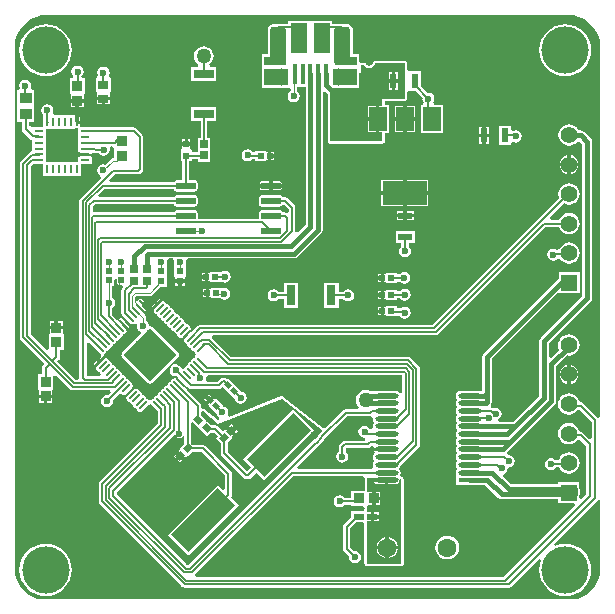
<source format=gtl>
G04*
G04 #@! TF.GenerationSoftware,Altium Limited,Altium Designer,22.11.1 (43)*
G04*
G04 Layer_Physical_Order=1*
G04 Layer_Color=255*
%FSLAX25Y25*%
%MOIN*%
G70*
G04*
G04 #@! TF.SameCoordinates,256A903A-EE05-4266-A9F3-2A002FD68AA6*
G04*
G04*
G04 #@! TF.FilePolarity,Positive*
G04*
G01*
G75*
%ADD11C,0.00787*%
%ADD15C,0.01575*%
%ADD16C,0.00394*%
%ADD18C,0.00591*%
%ADD20R,0.01024X0.03110*%
%ADD21R,0.03110X0.01024*%
G04:AMPARAMS|DCode=22|XSize=220.47mil|YSize=82.68mil|CornerRadius=0mil|HoleSize=0mil|Usage=FLASHONLY|Rotation=45.000|XOffset=0mil|YOffset=0mil|HoleType=Round|Shape=Rectangle|*
%AMROTATEDRECTD22*
4,1,4,-0.04872,-0.10718,-0.10718,-0.04872,0.04872,0.10718,0.10718,0.04872,-0.04872,-0.10718,0.0*
%
%ADD22ROTATEDRECTD22*%

G04:AMPARAMS|DCode=23|XSize=76.91mil|YSize=17.01mil|CornerRadius=8.51mil|HoleSize=0mil|Usage=FLASHONLY|Rotation=180.000|XOffset=0mil|YOffset=0mil|HoleType=Round|Shape=RoundedRectangle|*
%AMROUNDEDRECTD23*
21,1,0.07691,0.00000,0,0,180.0*
21,1,0.05990,0.01701,0,0,180.0*
1,1,0.01701,-0.02995,0.00000*
1,1,0.01701,0.02995,0.00000*
1,1,0.01701,0.02995,0.00000*
1,1,0.01701,-0.02995,0.00000*
%
%ADD23ROUNDEDRECTD23*%
%ADD24R,0.07691X0.01701*%
G04:AMPARAMS|DCode=25|XSize=7.87mil|YSize=34.45mil|CornerRadius=0.98mil|HoleSize=0mil|Usage=FLASHONLY|Rotation=45.000|XOffset=0mil|YOffset=0mil|HoleType=Round|Shape=RoundedRectangle|*
%AMROUNDEDRECTD25*
21,1,0.00787,0.03248,0,0,45.0*
21,1,0.00591,0.03445,0,0,45.0*
1,1,0.00197,0.01357,-0.00940*
1,1,0.00197,0.00940,-0.01357*
1,1,0.00197,-0.01357,0.00940*
1,1,0.00197,-0.00940,0.01357*
%
%ADD25ROUNDEDRECTD25*%
G04:AMPARAMS|DCode=26|XSize=34.45mil|YSize=7.87mil|CornerRadius=0.98mil|HoleSize=0mil|Usage=FLASHONLY|Rotation=45.000|XOffset=0mil|YOffset=0mil|HoleType=Round|Shape=RoundedRectangle|*
%AMROUNDEDRECTD26*
21,1,0.03445,0.00591,0,0,45.0*
21,1,0.03248,0.00787,0,0,45.0*
1,1,0.00197,0.01357,0.00940*
1,1,0.00197,-0.00940,-0.01357*
1,1,0.00197,-0.01357,-0.00940*
1,1,0.00197,0.00940,0.01357*
%
%ADD26ROUNDEDRECTD26*%
G04:AMPARAMS|DCode=27|XSize=125.98mil|YSize=125.98mil|CornerRadius=2.52mil|HoleSize=0mil|Usage=FLASHONLY|Rotation=45.000|XOffset=0mil|YOffset=0mil|HoleType=Round|Shape=RoundedRectangle|*
%AMROUNDEDRECTD27*
21,1,0.12598,0.12095,0,0,45.0*
21,1,0.12095,0.12598,0,0,45.0*
1,1,0.00504,0.08552,0.00000*
1,1,0.00504,0.00000,-0.08552*
1,1,0.00504,-0.08552,0.00000*
1,1,0.00504,0.00000,0.08552*
%
%ADD27ROUNDEDRECTD27*%
G04:AMPARAMS|DCode=28|XSize=63.39mil|YSize=22.84mil|CornerRadius=2.85mil|HoleSize=0mil|Usage=FLASHONLY|Rotation=0.000|XOffset=0mil|YOffset=0mil|HoleType=Round|Shape=RoundedRectangle|*
%AMROUNDEDRECTD28*
21,1,0.06339,0.01713,0,0,0.0*
21,1,0.05768,0.02284,0,0,0.0*
1,1,0.00571,0.02884,-0.00856*
1,1,0.00571,-0.02884,-0.00856*
1,1,0.00571,-0.02884,0.00856*
1,1,0.00571,0.02884,0.00856*
%
%ADD28ROUNDEDRECTD28*%
%ADD29R,0.03150X0.06693*%
%ADD30R,0.06693X0.03150*%
%ADD31R,0.03568X0.03366*%
G04:AMPARAMS|DCode=32|XSize=19.68mil|YSize=23.62mil|CornerRadius=0mil|HoleSize=0mil|Usage=FLASHONLY|Rotation=225.000|XOffset=0mil|YOffset=0mil|HoleType=Round|Shape=Rectangle|*
%AMROTATEDRECTD32*
4,1,4,-0.00139,0.01531,0.01531,-0.00139,0.00139,-0.01531,-0.01531,0.00139,-0.00139,0.01531,0.0*
%
%ADD32ROTATEDRECTD32*%

%ADD33R,0.02559X0.02756*%
%ADD34R,0.01968X0.02362*%
%ADD35R,0.07185X0.02756*%
G04:AMPARAMS|DCode=36|XSize=51.18mil|YSize=127.95mil|CornerRadius=7.68mil|HoleSize=0mil|Usage=FLASHONLY|Rotation=180.000|XOffset=0mil|YOffset=0mil|HoleType=Round|Shape=RoundedRectangle|*
%AMROUNDEDRECTD36*
21,1,0.05118,0.11260,0,0,180.0*
21,1,0.03583,0.12795,0,0,180.0*
1,1,0.01535,-0.01791,0.05630*
1,1,0.01535,0.01791,0.05630*
1,1,0.01535,0.01791,-0.05630*
1,1,0.01535,-0.01791,-0.05630*
%
%ADD36ROUNDEDRECTD36*%
%ADD37R,0.07874X0.05748*%
%ADD38R,0.01575X0.06890*%
%ADD39R,0.05610X0.09843*%
%ADD40R,0.03543X0.03347*%
%ADD41R,0.03937X0.03543*%
%ADD42R,0.03543X0.02953*%
%ADD43R,0.03740X0.02165*%
%ADD44R,0.03347X0.03543*%
%ADD45R,0.02362X0.04921*%
%ADD46R,0.02029X0.01860*%
G04:AMPARAMS|DCode=47|XSize=20.29mil|YSize=18.6mil|CornerRadius=0mil|HoleSize=0mil|Usage=FLASHONLY|Rotation=315.000|XOffset=0mil|YOffset=0mil|HoleType=Round|Shape=Rectangle|*
%AMROTATEDRECTD47*
4,1,4,-0.01375,0.00060,-0.00060,0.01375,0.01375,-0.00060,0.00060,-0.01375,-0.01375,0.00060,0.0*
%
%ADD47ROTATEDRECTD47*%

%ADD48R,0.02254X0.02423*%
%ADD49R,0.01860X0.02029*%
%ADD50R,0.04921X0.02362*%
G04:AMPARAMS|DCode=51|XSize=24.23mil|YSize=22.54mil|CornerRadius=0mil|HoleSize=0mil|Usage=FLASHONLY|Rotation=45.000|XOffset=0mil|YOffset=0mil|HoleType=Round|Shape=Rectangle|*
%AMROTATEDRECTD51*
4,1,4,-0.00060,-0.01653,-0.01653,-0.00060,0.00060,0.01653,0.01653,0.00060,-0.00060,-0.01653,0.0*
%
%ADD51ROTATEDRECTD51*%

%ADD52R,0.05906X0.07874*%
%ADD53R,0.14961X0.07874*%
%ADD54C,0.02362*%
%ADD74C,0.05512*%
%ADD75R,0.05512X0.05512*%
%ADD79C,0.15748*%
%ADD80C,0.06299*%
%ADD81C,0.01500*%
G04:AMPARAMS|DCode=82|XSize=57.09mil|YSize=41.34mil|CornerRadius=20.67mil|HoleSize=0mil|Usage=FLASHONLY|Rotation=270.000|XOffset=0mil|YOffset=0mil|HoleType=Round|Shape=RoundedRectangle|*
%AMROUNDEDRECTD82*
21,1,0.05709,0.00000,0,0,270.0*
21,1,0.01575,0.04134,0,0,270.0*
1,1,0.04134,0.00000,-0.00787*
1,1,0.04134,0.00000,0.00787*
1,1,0.04134,0.00000,0.00787*
1,1,0.04134,0.00000,-0.00787*
%
%ADD82ROUNDEDRECTD82*%
G04:AMPARAMS|DCode=83|XSize=70.87mil|YSize=51.18mil|CornerRadius=25.59mil|HoleSize=0mil|Usage=FLASHONLY|Rotation=270.000|XOffset=0mil|YOffset=0mil|HoleType=Round|Shape=RoundedRectangle|*
%AMROUNDEDRECTD83*
21,1,0.07087,0.00000,0,0,270.0*
21,1,0.01968,0.05118,0,0,270.0*
1,1,0.05118,0.00000,-0.00984*
1,1,0.05118,0.00000,0.00984*
1,1,0.05118,0.00000,0.00984*
1,1,0.05118,0.00000,-0.00984*
%
%ADD83ROUNDEDRECTD83*%
%ADD84C,0.05000*%
G36*
X2841Y11607D02*
X4235Y11234D01*
X5568Y10682D01*
X6818Y9960D01*
X7963Y9082D01*
X8983Y8061D01*
X9862Y6916D01*
X10583Y5667D01*
X11135Y4333D01*
X11509Y2940D01*
X11697Y1509D01*
Y787D01*
Y-122412D01*
X10910Y-122651D01*
X10792Y-122475D01*
X5970Y-117652D01*
X5579Y-117391D01*
X5118Y-117300D01*
X4633Y-116988D01*
X4276Y-116127D01*
X3708Y-115386D01*
X2968Y-114818D01*
X2106Y-114461D01*
X1181Y-114339D01*
X256Y-114461D01*
X-606Y-114818D01*
X-1346Y-115386D01*
X-1914Y-116127D01*
X-2271Y-116988D01*
X-2393Y-117913D01*
X-2271Y-118838D01*
X-1914Y-119700D01*
X-1346Y-120440D01*
X-606Y-121008D01*
X256Y-121365D01*
X1181Y-121487D01*
X2106Y-121365D01*
X2968Y-121008D01*
X3708Y-120440D01*
X3985Y-120079D01*
X4938Y-120027D01*
X8737Y-123826D01*
Y-129233D01*
X8009Y-129534D01*
X5970Y-127495D01*
X5579Y-127234D01*
X5118Y-127142D01*
X4633Y-126831D01*
X4276Y-125969D01*
X3708Y-125229D01*
X2968Y-124661D01*
X2106Y-124304D01*
X1181Y-124182D01*
X256Y-124304D01*
X-606Y-124661D01*
X-1346Y-125229D01*
X-1914Y-125969D01*
X-2271Y-126831D01*
X-2393Y-127756D01*
X-2271Y-128681D01*
X-1914Y-129543D01*
X-1346Y-130283D01*
X-606Y-130851D01*
X256Y-131208D01*
X1181Y-131330D01*
X2106Y-131208D01*
X2968Y-130851D01*
X3708Y-130283D01*
X3985Y-129922D01*
X4938Y-129869D01*
X6965Y-131896D01*
Y-148025D01*
X5452Y-149538D01*
X4724Y-149237D01*
Y-148187D01*
X4755Y-148031D01*
Y-146164D01*
X4755Y-146164D01*
X4724Y-146009D01*
Y-143898D01*
X-2362D01*
Y-144559D01*
X-18192D01*
X-20685Y-142066D01*
X-20498Y-141252D01*
X-20445Y-141193D01*
X-19841Y-140789D01*
X-19406Y-140138D01*
X-19253Y-139370D01*
X-18535Y-138943D01*
X-18130Y-138862D01*
X-17478Y-138427D01*
X-17043Y-137776D01*
X-16891Y-137008D01*
X-17043Y-136240D01*
X-17478Y-135589D01*
X-18130Y-135154D01*
X-18898Y-135001D01*
X-19406Y-134346D01*
X-19386Y-133861D01*
X-17172Y-131647D01*
X-17172Y-131647D01*
X-3589Y-118064D01*
X-3241Y-117544D01*
X-3119Y-116929D01*
X-3119Y-116929D01*
Y-105389D01*
X551Y-101719D01*
X1181Y-101802D01*
X2106Y-101680D01*
X2968Y-101323D01*
X3708Y-100756D01*
X4276Y-100015D01*
X4633Y-99153D01*
X4755Y-98228D01*
X4633Y-97303D01*
X4276Y-96441D01*
X3708Y-95701D01*
X2968Y-95133D01*
X2106Y-94776D01*
X1181Y-94655D01*
X256Y-94776D01*
X-606Y-95133D01*
X-1346Y-95701D01*
X-1914Y-96441D01*
X-2271Y-97303D01*
X-2393Y-98228D01*
X-2271Y-99153D01*
X-2023Y-99752D01*
X-4753Y-102483D01*
X-5481Y-102181D01*
Y-97614D01*
X8419Y-83714D01*
X8419Y-83714D01*
X8767Y-83193D01*
X8889Y-82579D01*
X8889Y-82579D01*
Y-30512D01*
X8889Y-30512D01*
X8767Y-29897D01*
X8419Y-29376D01*
X8419Y-29376D01*
X6254Y-27211D01*
X5733Y-26863D01*
X5118Y-26741D01*
X5118Y-26741D01*
X4490D01*
X4375Y-26461D01*
X3807Y-25721D01*
X3067Y-25153D01*
X2204Y-24796D01*
X1280Y-24674D01*
X354Y-24796D01*
X-507Y-25153D01*
X-1248Y-25721D01*
X-1815Y-26461D01*
X-2173Y-27323D01*
X-2294Y-28248D01*
X-2173Y-29173D01*
X-1815Y-30035D01*
X-1248Y-30775D01*
X-507Y-31343D01*
X354Y-31700D01*
X1280Y-31822D01*
X2204Y-31700D01*
X3067Y-31343D01*
X3807Y-30775D01*
X3961Y-30574D01*
X5003Y-30502D01*
X5678Y-31177D01*
Y-81914D01*
X-8222Y-95813D01*
X-8570Y-96334D01*
X-8692Y-96949D01*
X-8692Y-96949D01*
Y-115083D01*
X-17397Y-123788D01*
X-22119D01*
X-22290Y-123001D01*
X-21809Y-122679D01*
X-21374Y-122028D01*
X-21221Y-121260D01*
X-21374Y-120492D01*
X-21809Y-119841D01*
X-22460Y-119405D01*
X-23228Y-119253D01*
X-23856Y-119378D01*
X-24178Y-119163D01*
X-24509Y-119097D01*
X-24711Y-118819D01*
X-24866Y-118284D01*
X-24630Y-117932D01*
X-24508Y-117317D01*
Y-114235D01*
Y-102763D01*
X-2607Y-80862D01*
X-2264Y-81004D01*
Y-81004D01*
X4823D01*
Y-73917D01*
X-2264D01*
Y-76125D01*
X-2710Y-76424D01*
X-27249Y-100962D01*
X-27597Y-101483D01*
X-27719Y-102098D01*
X-27719Y-102098D01*
Y-113552D01*
X-28471D01*
X-28795Y-113487D01*
X-34785D01*
X-35424Y-113614D01*
X-35966Y-113977D01*
X-36328Y-114518D01*
X-36455Y-115157D01*
X-36328Y-115797D01*
X-35966Y-116338D01*
Y-116536D01*
X-36328Y-117077D01*
X-36455Y-117717D01*
X-36328Y-118356D01*
X-36313Y-118379D01*
X-36014Y-118996D01*
X-36313Y-119613D01*
X-36328Y-119636D01*
X-36455Y-120276D01*
X-36328Y-120915D01*
X-35966Y-121457D01*
Y-121654D01*
X-36328Y-122195D01*
X-36455Y-122835D01*
X-36328Y-123474D01*
X-36313Y-123497D01*
X-36014Y-124114D01*
X-36313Y-124731D01*
X-36328Y-124755D01*
X-36455Y-125394D01*
X-36328Y-126033D01*
X-35966Y-126575D01*
Y-126772D01*
X-36328Y-127314D01*
X-36455Y-127953D01*
X-36328Y-128592D01*
X-36313Y-128615D01*
X-36014Y-129232D01*
X-36313Y-129849D01*
X-36328Y-129873D01*
X-36455Y-130512D01*
X-36328Y-131151D01*
X-35966Y-131693D01*
Y-131890D01*
X-36328Y-132432D01*
X-36455Y-133071D01*
X-36328Y-133710D01*
X-36313Y-133733D01*
X-36014Y-134350D01*
X-36313Y-134967D01*
X-36328Y-134991D01*
X-36455Y-135630D01*
X-36328Y-136269D01*
X-35966Y-136811D01*
Y-137008D01*
X-36328Y-137550D01*
X-36455Y-138189D01*
X-36328Y-138828D01*
X-36313Y-138851D01*
X-36014Y-139469D01*
X-36313Y-140085D01*
X-36328Y-140109D01*
X-36455Y-140748D01*
X-36428Y-140884D01*
X-36423Y-141669D01*
X-36423Y-141669D01*
X-36423Y-141669D01*
Y-144945D01*
X-27157D01*
X-27157Y-144945D01*
Y-144945D01*
X-27157Y-144945D01*
X-26442Y-145120D01*
X-22395Y-149167D01*
X-21874Y-149515D01*
X-21260Y-149637D01*
X-21260Y-149637D01*
X-2362D01*
Y-150984D01*
X2977D01*
X3278Y-151712D01*
X-20578Y-175567D01*
X-123200D01*
X-123440Y-175048D01*
X-123471Y-174780D01*
X-90643Y-141952D01*
X-67540D01*
X-67536Y-141954D01*
X-67365Y-142059D01*
X-66899Y-142740D01*
X-66913Y-146850D01*
X-71358D01*
Y-149189D01*
X-73657D01*
X-73801Y-148975D01*
X-74452Y-148539D01*
X-75220Y-148387D01*
X-75988Y-148539D01*
X-76639Y-148975D01*
X-77074Y-149626D01*
X-77227Y-150394D01*
X-77074Y-151162D01*
X-76639Y-151813D01*
X-75988Y-152248D01*
X-75220Y-152401D01*
X-74452Y-152248D01*
X-73801Y-151813D01*
X-73657Y-151598D01*
X-71358D01*
Y-151969D01*
X-67487D01*
X-66931Y-152526D01*
X-66935Y-153642D01*
X-71457D01*
Y-155679D01*
X-73686Y-157908D01*
X-73947Y-158299D01*
X-74039Y-158760D01*
X-74039Y-158760D01*
Y-166142D01*
X-74039Y-166142D01*
X-73947Y-166603D01*
X-73686Y-166993D01*
X-72035Y-168644D01*
X-72086Y-168898D01*
X-71933Y-169666D01*
X-71498Y-170317D01*
X-70847Y-170752D01*
X-70079Y-170905D01*
X-69311Y-170752D01*
X-68660Y-170317D01*
X-68225Y-169666D01*
X-68072Y-168898D01*
X-68225Y-168130D01*
X-68660Y-167478D01*
X-69311Y-167043D01*
X-70079Y-166891D01*
X-70332Y-166941D01*
X-71630Y-165643D01*
Y-159259D01*
X-69754Y-157382D01*
X-67505D01*
X-66949Y-157940D01*
X-66991Y-170903D01*
X-66991Y-170904D01*
X-66991Y-170904D01*
X-66961Y-171055D01*
X-66931Y-171211D01*
X-66931Y-171211D01*
X-66930Y-171212D01*
X-66846Y-171339D01*
X-66758Y-171472D01*
X-66757Y-171472D01*
X-66757Y-171473D01*
X-66404Y-171827D01*
X-66403Y-171827D01*
X-66403Y-171827D01*
X-66271Y-171916D01*
X-66144Y-172001D01*
X-66143Y-172001D01*
X-66142Y-172002D01*
X-65989Y-172032D01*
X-65837Y-172063D01*
X-65836Y-172063D01*
X-65835Y-172063D01*
X-54724D01*
X-54417Y-172002D01*
X-54157Y-171827D01*
X-53983Y-171567D01*
X-53922Y-171260D01*
Y-142977D01*
X-53930Y-142933D01*
X-53927Y-142887D01*
X-53961Y-142780D01*
X-53983Y-142670D01*
X-54008Y-142632D01*
X-54022Y-142589D01*
X-54094Y-142503D01*
X-54157Y-142410D01*
X-54194Y-142384D01*
X-54224Y-142350D01*
X-54324Y-142298D01*
X-54417Y-142236D01*
X-54462Y-142227D01*
X-54502Y-142206D01*
X-54625Y-142170D01*
X-54826Y-141901D01*
X-54956Y-141627D01*
X-55009Y-141477D01*
X-55022Y-141420D01*
X-55023Y-141413D01*
X-55023Y-141406D01*
X-55010Y-141387D01*
X-54883Y-140748D01*
X-55010Y-140109D01*
X-55026Y-140085D01*
X-55325Y-139469D01*
X-55026Y-138851D01*
X-55010Y-138828D01*
X-54961Y-138581D01*
X-54860Y-138513D01*
X-48755Y-132408D01*
X-48755Y-132408D01*
X-48494Y-132017D01*
X-48402Y-131556D01*
Y-106111D01*
X-48402Y-106111D01*
X-48494Y-105650D01*
X-48755Y-105260D01*
X-51463Y-102552D01*
X-51853Y-102291D01*
X-52314Y-102199D01*
X-52314Y-102199D01*
X-111357D01*
X-117765Y-95791D01*
X-117658Y-95307D01*
X-117465Y-95003D01*
X-43209D01*
X-43209Y-95003D01*
X-42748Y-94912D01*
X-42357Y-94651D01*
X-6686Y-58980D01*
X-2057D01*
X-1815Y-59562D01*
X-1248Y-60303D01*
X-507Y-60871D01*
X354Y-61228D01*
X1280Y-61349D01*
X2204Y-61228D01*
X3067Y-60871D01*
X3807Y-60303D01*
X4375Y-59562D01*
X4732Y-58701D01*
X4853Y-57776D01*
X4732Y-56851D01*
X4375Y-55989D01*
X3807Y-55248D01*
X3067Y-54681D01*
X2204Y-54324D01*
X1280Y-54202D01*
X354Y-54324D01*
X-507Y-54681D01*
X-1248Y-55248D01*
X-1815Y-55989D01*
X-2057Y-56571D01*
X-4919D01*
X-5221Y-55844D01*
X-435Y-51058D01*
X354Y-51385D01*
X1280Y-51507D01*
X2204Y-51385D01*
X3067Y-51028D01*
X3807Y-50460D01*
X4375Y-49720D01*
X4732Y-48858D01*
X4853Y-47933D01*
X4732Y-47008D01*
X4375Y-46146D01*
X3807Y-45406D01*
X3067Y-44838D01*
X2204Y-44481D01*
X1280Y-44359D01*
X354Y-44481D01*
X-507Y-44838D01*
X-1248Y-45406D01*
X-1815Y-46146D01*
X-2173Y-47008D01*
X-2294Y-47933D01*
X-2173Y-48858D01*
X-2017Y-49234D01*
X-44197Y-91414D01*
X-121727D01*
X-122188Y-91505D01*
X-122579Y-91767D01*
X-122579Y-91767D01*
X-124215Y-93404D01*
X-124304Y-93386D01*
X-124722Y-92968D01*
X-124937Y-92879D01*
X-124891Y-92649D01*
X-124960Y-92303D01*
X-125156Y-92010D01*
X-125573Y-91593D01*
X-125866Y-91397D01*
X-126039Y-91363D01*
X-126074Y-91190D01*
X-126269Y-90897D01*
X-126687Y-90479D01*
X-126980Y-90283D01*
X-127153Y-90249D01*
X-127187Y-90076D01*
X-127383Y-89783D01*
X-127800Y-89366D01*
X-128093Y-89170D01*
X-128266Y-89135D01*
X-128301Y-88963D01*
X-128496Y-88670D01*
X-128914Y-88252D01*
X-129207Y-88056D01*
X-129380Y-88022D01*
X-129414Y-87849D01*
X-129610Y-87556D01*
X-130027Y-87138D01*
X-130321Y-86943D01*
X-130493Y-86908D01*
X-130528Y-86735D01*
X-130724Y-86443D01*
X-131141Y-86025D01*
X-131434Y-85829D01*
X-131607Y-85795D01*
X-131641Y-85622D01*
X-131837Y-85329D01*
X-132255Y-84911D01*
X-132548Y-84716D01*
X-132720Y-84681D01*
X-132755Y-84508D01*
X-132951Y-84215D01*
X-133368Y-83798D01*
X-133661Y-83602D01*
X-134007Y-83533D01*
X-134237Y-83579D01*
X-134237Y-83579D01*
X-134353Y-83602D01*
X-134646Y-83798D01*
X-135794Y-84946D01*
X-136942Y-86094D01*
X-137138Y-86387D01*
X-137161Y-86503D01*
X-137161Y-86503D01*
X-137207Y-86733D01*
X-137138Y-87079D01*
X-136942Y-87372D01*
X-136525Y-87789D01*
X-136232Y-87985D01*
X-136059Y-88020D01*
X-136024Y-88192D01*
X-135829Y-88485D01*
X-135411Y-88903D01*
X-135118Y-89099D01*
X-134945Y-89133D01*
X-134911Y-89306D01*
X-134715Y-89599D01*
X-134298Y-90017D01*
X-134004Y-90212D01*
X-133832Y-90247D01*
X-133797Y-90420D01*
X-133601Y-90712D01*
X-133184Y-91130D01*
X-132891Y-91326D01*
X-132718Y-91360D01*
X-132684Y-91533D01*
X-132488Y-91826D01*
X-132070Y-92244D01*
X-131777Y-92439D01*
X-131605Y-92474D01*
X-131570Y-92647D01*
X-131374Y-92940D01*
X-130957Y-93357D01*
X-130664Y-93553D01*
X-130491Y-93587D01*
X-130457Y-93760D01*
X-130261Y-94053D01*
X-129843Y-94471D01*
X-129550Y-94666D01*
X-129377Y-94701D01*
X-129343Y-94874D01*
X-129147Y-95167D01*
X-128730Y-95584D01*
X-128437Y-95780D01*
X-128091Y-95849D01*
X-127861Y-95803D01*
X-127861Y-95803D01*
X-127745Y-95780D01*
X-127452Y-95584D01*
X-126304Y-94436D01*
X-125776Y-94964D01*
X-125793Y-94989D01*
X-126920Y-96116D01*
X-127116Y-96409D01*
X-127139Y-96525D01*
X-127139Y-96525D01*
X-127185Y-96755D01*
X-127116Y-97101D01*
X-126920Y-97394D01*
X-126503Y-97811D01*
X-126210Y-98007D01*
X-126037Y-98041D01*
X-126002Y-98214D01*
X-125807Y-98507D01*
X-125389Y-98925D01*
X-125096Y-99121D01*
X-124923Y-99155D01*
X-124889Y-99328D01*
X-124693Y-99621D01*
X-124276Y-100039D01*
X-123983Y-100234D01*
X-123810Y-100269D01*
X-123775Y-100441D01*
X-123580Y-100734D01*
X-123327Y-100987D01*
X-123228Y-101488D01*
X-123275Y-101724D01*
X-123169Y-101830D01*
X-123327Y-101989D01*
D01*
X-123580Y-102241D01*
X-123775Y-102534D01*
X-123810Y-102707D01*
X-123983Y-102741D01*
X-124276Y-102937D01*
X-124693Y-103355D01*
X-124889Y-103648D01*
X-124923Y-103820D01*
X-125096Y-103855D01*
X-125389Y-104051D01*
X-125807Y-104468D01*
X-126002Y-104761D01*
X-126037Y-104934D01*
X-126210Y-104968D01*
X-126503Y-105164D01*
X-126920Y-105582D01*
X-127116Y-105875D01*
D01*
Y-105875D01*
X-127123Y-105910D01*
X-127584Y-106158D01*
X-128050Y-105990D01*
X-128177Y-105683D01*
X-128392Y-105360D01*
X-128666Y-105086D01*
X-128989Y-104871D01*
X-129347Y-104722D01*
X-129727Y-104647D01*
X-130115D01*
X-130454Y-104714D01*
X-130457Y-104707D01*
X-131036Y-104946D01*
X-131590Y-105500D01*
X-131830Y-106079D01*
X-131823Y-106083D01*
X-131890Y-106421D01*
Y-106809D01*
X-131814Y-107190D01*
X-131666Y-107548D01*
X-131341Y-108035D01*
X-130689Y-108470D01*
X-130598Y-109290D01*
X-130664Y-109423D01*
X-130957Y-109618D01*
X-131374Y-110036D01*
X-131570Y-110329D01*
X-131605Y-110502D01*
X-131777Y-110536D01*
X-132070Y-110732D01*
X-132488Y-111150D01*
X-132684Y-111442D01*
X-132718Y-111615D01*
X-132891Y-111650D01*
X-133184Y-111846D01*
X-133601Y-112263D01*
X-133797Y-112556D01*
X-133832Y-112729D01*
X-134004Y-112763D01*
X-134298Y-112959D01*
X-134715Y-113377D01*
X-134911Y-113670D01*
X-134945Y-113842D01*
X-135118Y-113877D01*
X-135411Y-114073D01*
X-135829Y-114490D01*
X-136024Y-114783D01*
X-136059Y-114956D01*
X-136232Y-114990D01*
X-136525Y-115186D01*
X-136942Y-115604D01*
X-137138Y-115897D01*
X-137172Y-116069D01*
X-137345Y-116104D01*
X-137638Y-116300D01*
X-137891Y-116552D01*
X-138391Y-116651D01*
X-138892Y-116552D01*
X-139145Y-116300D01*
X-139438Y-116104D01*
X-139611Y-116069D01*
X-139645Y-115897D01*
X-139841Y-115604D01*
X-140258Y-115186D01*
X-140551Y-114990D01*
X-140724Y-114956D01*
X-140759Y-114783D01*
X-140954Y-114490D01*
X-141372Y-114073D01*
X-141665Y-113877D01*
X-141838Y-113842D01*
X-141872Y-113670D01*
X-142068Y-113377D01*
X-142485Y-112959D01*
X-142778Y-112763D01*
X-143124Y-112695D01*
X-143354Y-112740D01*
X-143354Y-112740D01*
X-143470Y-112763D01*
X-143763Y-112959D01*
X-144911Y-114107D01*
X-146060Y-115256D01*
X-146255Y-115549D01*
X-146278Y-115664D01*
X-146278Y-115664D01*
X-146324Y-115894D01*
X-146255Y-116240D01*
X-146059Y-116533D01*
X-145642Y-116951D01*
X-145349Y-117146D01*
X-145176Y-117181D01*
X-145142Y-117353D01*
X-144946Y-117647D01*
X-144528Y-118064D01*
X-144235Y-118260D01*
X-144062Y-118294D01*
X-144028Y-118467D01*
X-143832Y-118760D01*
X-143415Y-119178D01*
X-143122Y-119374D01*
X-142949Y-119408D01*
X-142914Y-119581D01*
X-142719Y-119874D01*
X-142301Y-120291D01*
X-142008Y-120487D01*
X-141663Y-120556D01*
X-141317Y-120487D01*
X-141024Y-120291D01*
X-138892Y-118160D01*
X-138391Y-118061D01*
X-137891Y-118160D01*
X-136928Y-119122D01*
X-136911Y-119147D01*
X-135850Y-120209D01*
Y-124304D01*
X-155182Y-143637D01*
X-155443Y-144027D01*
X-155535Y-144488D01*
X-155535Y-144488D01*
Y-150394D01*
X-155535Y-150394D01*
X-155443Y-150855D01*
X-155182Y-151245D01*
X-127623Y-178804D01*
X-127233Y-179065D01*
X-126772Y-179157D01*
X-18898D01*
X-18898Y-179157D01*
X-18437Y-179065D01*
X-18046Y-178804D01*
X-8697Y-169455D01*
X-8041Y-169898D01*
X-8536Y-171530D01*
X-8703Y-173228D01*
X-8536Y-174926D01*
X-8041Y-176559D01*
X-7237Y-178064D01*
X-6154Y-179383D01*
X-4835Y-180465D01*
X-3331Y-181269D01*
X-1698Y-181764D01*
X0Y-181932D01*
X1698Y-181764D01*
X3331Y-181269D01*
X4835Y-180465D01*
X6154Y-179383D01*
X7237Y-178064D01*
X8041Y-176559D01*
X8536Y-174926D01*
X8703Y-173228D01*
X8536Y-171530D01*
X8041Y-169898D01*
X7237Y-168393D01*
X6154Y-167074D01*
X4835Y-165992D01*
X3331Y-165188D01*
X1698Y-164692D01*
X0Y-164525D01*
X-1698Y-164692D01*
X-3331Y-165188D01*
X-3773Y-164531D01*
X10792Y-149966D01*
X10910Y-149790D01*
X11697Y-150029D01*
Y-172441D01*
Y-173162D01*
X11509Y-174593D01*
X11135Y-175987D01*
X10583Y-177320D01*
X9862Y-178570D01*
X8983Y-179715D01*
X7963Y-180735D01*
X6818Y-181614D01*
X5568Y-182335D01*
X4235Y-182887D01*
X3668Y-183039D01*
X-175518D01*
X-176085Y-182887D01*
X-177419Y-182335D01*
X-178668Y-181614D01*
X-179813Y-180735D01*
X-180834Y-179715D01*
X-181712Y-178570D01*
X-182433Y-177320D01*
X-182986Y-175987D01*
X-183359Y-174593D01*
X-183548Y-173162D01*
Y-172441D01*
Y787D01*
Y1509D01*
X-183359Y2940D01*
X-182986Y4333D01*
X-182433Y5667D01*
X-181712Y6916D01*
X-180834Y8061D01*
X-179813Y9082D01*
X-178668Y9960D01*
X-177419Y10682D01*
X-176085Y11234D01*
X-174692Y11607D01*
X-173261Y11796D01*
X1410D01*
X2841Y11607D01*
D02*
G37*
G36*
X-54354Y-114090D02*
X-55141Y-114322D01*
X-55372Y-113977D01*
X-55914Y-113614D01*
X-56553Y-113487D01*
X-62543D01*
X-62989Y-113576D01*
X-65090D01*
X-65677Y-113333D01*
X-66535Y-113220D01*
X-67394Y-113333D01*
X-68193Y-113664D01*
X-68880Y-114191D01*
X-69407Y-114877D01*
X-69738Y-115677D01*
X-69851Y-116535D01*
X-69738Y-117394D01*
X-69407Y-118193D01*
X-68880Y-118880D01*
X-69155Y-119662D01*
X-73228D01*
X-73228Y-119662D01*
X-73689Y-119754D01*
X-74080Y-120015D01*
X-79758Y-125692D01*
X-79800Y-125722D01*
X-79917Y-125771D01*
X-80236Y-125838D01*
X-80616Y-125877D01*
X-93996Y-115507D01*
X-94086Y-115463D01*
X-94168Y-115406D01*
X-94225Y-115393D01*
X-94277Y-115367D01*
X-94376Y-115360D01*
X-94474Y-115339D01*
X-94531Y-115349D01*
X-94589Y-115345D01*
X-94684Y-115377D01*
X-94782Y-115395D01*
X-112049Y-122191D01*
X-112567Y-121549D01*
X-112487Y-121429D01*
X-112334Y-120661D01*
X-112487Y-119893D01*
X-112922Y-119242D01*
X-113573Y-118807D01*
X-113652Y-118791D01*
X-113949Y-118625D01*
X-113949D01*
X-116497Y-116077D01*
X-116775Y-116356D01*
X-117191Y-115939D01*
X-118127Y-116876D01*
X-119063Y-117812D01*
X-118647Y-118228D01*
X-118925Y-118506D01*
X-116377Y-121054D01*
Y-121054D01*
X-116211Y-121351D01*
X-116196Y-121429D01*
X-115761Y-122081D01*
X-115458Y-122283D01*
X-115476Y-123184D01*
X-115770Y-123341D01*
X-120321Y-119657D01*
X-120441Y-119593D01*
X-120558Y-119524D01*
X-120579Y-119521D01*
X-120598Y-119511D01*
X-120734Y-119498D01*
X-120868Y-119479D01*
X-121063Y-119187D01*
X-121275Y-118779D01*
X-121277Y-118770D01*
Y-118511D01*
X-121369Y-118050D01*
X-121630Y-117659D01*
X-121630Y-117659D01*
X-126019Y-113271D01*
X-125517Y-112659D01*
X-125323Y-112788D01*
X-124863Y-112880D01*
X-124863Y-112880D01*
X-115547D01*
X-115547Y-112880D01*
X-115087Y-112788D01*
X-114696Y-112527D01*
X-114288Y-112120D01*
X-112754Y-113654D01*
X-110205Y-116203D01*
Y-116203D01*
X-110039Y-116499D01*
X-110024Y-116578D01*
X-109589Y-117229D01*
X-108937Y-117664D01*
X-108169Y-117817D01*
X-107401Y-117664D01*
X-106750Y-117229D01*
X-106315Y-116578D01*
X-106162Y-115810D01*
X-106315Y-115042D01*
X-106750Y-114391D01*
X-107401Y-113955D01*
X-107480Y-113940D01*
X-107776Y-113774D01*
X-107776D01*
X-110325Y-111225D01*
X-112432Y-109118D01*
X-112805Y-109490D01*
X-113138Y-109267D01*
X-113599Y-109176D01*
X-113599Y-109176D01*
X-114251D01*
X-114712Y-109267D01*
X-115103Y-109528D01*
X-115103Y-109528D01*
X-116046Y-110472D01*
X-119425D01*
X-119907Y-109684D01*
X-119810Y-109200D01*
X-119834Y-109078D01*
X-119188Y-108291D01*
X-54354D01*
Y-114090D01*
D02*
G37*
G36*
X-64204Y-122600D02*
X-64178Y-122654D01*
X-64214Y-122835D01*
X-64086Y-123474D01*
X-64071Y-123497D01*
X-63772Y-124114D01*
X-64071Y-124731D01*
X-64086Y-124755D01*
X-64214Y-125394D01*
X-64171Y-125607D01*
X-64417Y-126048D01*
X-64591Y-126209D01*
X-64809Y-126319D01*
X-65172Y-126252D01*
X-65510Y-125746D01*
X-66161Y-125311D01*
X-66929Y-125158D01*
X-67697Y-125311D01*
X-68348Y-125746D01*
X-68783Y-126397D01*
X-68936Y-127165D01*
X-68783Y-127933D01*
X-68348Y-128585D01*
X-67697Y-129020D01*
X-66929Y-129172D01*
X-66901Y-129167D01*
X-66774Y-129306D01*
X-66807Y-130079D01*
X-66871Y-130154D01*
X-73572D01*
X-74033Y-130246D01*
X-74423Y-130507D01*
X-74424Y-130507D01*
X-75189Y-131272D01*
X-75450Y-131663D01*
X-75542Y-132124D01*
X-75542Y-132124D01*
Y-133822D01*
X-75829Y-134014D01*
X-76264Y-134665D01*
X-76416Y-135433D01*
X-76264Y-136201D01*
X-75829Y-136852D01*
X-75178Y-137287D01*
X-74410Y-137440D01*
X-73641Y-137287D01*
X-72990Y-136852D01*
X-72555Y-136201D01*
X-72402Y-135433D01*
X-72555Y-134665D01*
X-72990Y-134014D01*
X-73133Y-133918D01*
Y-132623D01*
X-73073Y-132562D01*
X-65916D01*
X-65916Y-132562D01*
X-65455Y-132471D01*
X-65065Y-132210D01*
X-64775Y-131921D01*
X-64201Y-131981D01*
X-64149Y-132045D01*
X-63888Y-132480D01*
X-59548D01*
Y-133661D01*
X-63645D01*
X-63441Y-133968D01*
X-63852Y-134640D01*
X-64086Y-134991D01*
X-64214Y-135630D01*
X-64086Y-136269D01*
X-63724Y-136811D01*
Y-137008D01*
X-64086Y-137550D01*
X-64214Y-138189D01*
X-64101Y-138756D01*
X-64118Y-138877D01*
X-64555Y-139544D01*
X-89174D01*
X-89476Y-138816D01*
X-82592Y-131933D01*
X-82355Y-131886D01*
X-81964Y-131625D01*
X-80580Y-130241D01*
X-80580Y-130241D01*
X-80319Y-129850D01*
X-80272Y-129613D01*
X-72729Y-122070D01*
X-64972D01*
X-64972Y-122070D01*
X-64860Y-122048D01*
X-64204Y-122600D01*
D02*
G37*
G36*
X-81107Y-126512D02*
X-81076Y-127011D01*
X-82283Y-128218D01*
X-82544Y-128609D01*
X-82591Y-128846D01*
X-83359Y-129613D01*
X-83596Y-129660D01*
X-83987Y-129921D01*
X-125482Y-171416D01*
X-126093D01*
X-149583Y-147926D01*
Y-147596D01*
X-145082Y-142887D01*
X-144218Y-141984D01*
X-130334Y-128100D01*
X-129795Y-128269D01*
X-129754Y-128475D01*
X-129493Y-128866D01*
X-129103Y-129127D01*
X-128642Y-129219D01*
X-128181Y-129127D01*
X-127790Y-128866D01*
X-127529Y-128475D01*
X-127030Y-128531D01*
Y-131176D01*
X-128653Y-132799D01*
X-128374Y-133077D01*
X-128930Y-133632D01*
X-127854Y-134707D01*
X-126779Y-135783D01*
X-126224Y-135227D01*
X-125945Y-135506D01*
X-124323Y-133883D01*
X-121326D01*
X-113507Y-141702D01*
Y-146375D01*
X-113969Y-146566D01*
X-115754Y-144781D01*
X-132457Y-161485D01*
X-125498Y-168444D01*
X-108794Y-151741D01*
X-111521Y-149014D01*
X-111452Y-148945D01*
X-111191Y-148554D01*
X-111099Y-148093D01*
Y-141203D01*
X-111099Y-141203D01*
X-111191Y-140743D01*
X-111452Y-140352D01*
X-111452Y-140352D01*
X-119976Y-131828D01*
X-120367Y-131567D01*
X-120827Y-131475D01*
X-120827Y-131475D01*
X-124323D01*
X-124622Y-131176D01*
Y-124170D01*
X-124160Y-123978D01*
X-122557Y-125581D01*
X-122203Y-125935D01*
X-121850Y-126288D01*
X-119420Y-128719D01*
X-118118Y-127417D01*
X-117162D01*
X-115886Y-128693D01*
X-116448Y-129255D01*
X-114885Y-130818D01*
Y-134350D01*
X-114885Y-134350D01*
X-114794Y-134811D01*
X-114533Y-135202D01*
X-107200Y-142535D01*
X-106809Y-142796D01*
X-106348Y-142887D01*
X-105696D01*
X-105696Y-142887D01*
X-105235Y-142796D01*
X-104845Y-142535D01*
X-103071Y-140761D01*
X-100443Y-143389D01*
X-83739Y-126686D01*
X-90699Y-119726D01*
X-107402Y-136430D01*
X-104774Y-139058D01*
X-106022Y-140306D01*
X-112477Y-133852D01*
Y-130699D01*
X-110914Y-129136D01*
X-111193Y-128858D01*
X-110637Y-128302D01*
X-111713Y-127227D01*
X-112788Y-126152D01*
X-113343Y-126707D01*
X-113621Y-126429D01*
X-114183Y-126990D01*
X-115812Y-125362D01*
X-116203Y-125101D01*
X-116664Y-125009D01*
X-116664Y-125009D01*
X-118118D01*
X-119344Y-123783D01*
X-119698Y-123429D01*
X-120051Y-123076D01*
X-121277Y-121850D01*
Y-120496D01*
X-120826Y-120281D01*
X-115650Y-124471D01*
X-94488Y-116142D01*
X-81107Y-126512D01*
D02*
G37*
G36*
X-63946Y-142717D02*
X-59548D01*
Y-143307D01*
X-58958D01*
Y-144576D01*
X-56553D01*
X-56068Y-144479D01*
X-55656Y-144204D01*
X-55381Y-143793D01*
X-55290Y-143334D01*
X-55278Y-143301D01*
X-54848Y-142942D01*
X-54724Y-142977D01*
Y-171260D01*
X-65835D01*
X-66188Y-170906D01*
X-66144Y-157382D01*
X-66142D01*
Y-156988D01*
X-64862D01*
Y-155512D01*
Y-154035D01*
X-65779D01*
X-66132Y-153681D01*
X-66126Y-151959D01*
X-65846Y-151575D01*
X-65625Y-151575D01*
X-64370D01*
Y-149409D01*
Y-147244D01*
X-65611D01*
X-66110Y-146853D01*
X-66096Y-142520D01*
X-64069D01*
X-63946Y-142717D01*
D02*
G37*
%LPC*%
G36*
X-81211Y9866D02*
X-81327Y9843D01*
X-84803D01*
Y9843D01*
X-85197D01*
Y9843D01*
X-88673D01*
X-88789Y9866D01*
X-88906Y9843D01*
X-92382D01*
Y8881D01*
X-95728D01*
X-96189Y8790D01*
X-96336Y8692D01*
X-97520D01*
X-98127Y8571D01*
X-98641Y8228D01*
X-98985Y7713D01*
X-99105Y7106D01*
Y-1378D01*
X-101142D01*
Y-5709D01*
Y-12441D01*
X-94585D01*
X-94547Y-12446D01*
X-94510Y-12441D01*
X-91693D01*
X-91555Y-13171D01*
Y-13657D01*
X-91970Y-13935D01*
X-92405Y-14586D01*
X-92558Y-15354D01*
X-92405Y-16122D01*
X-91970Y-16773D01*
X-91319Y-17209D01*
X-90551Y-17361D01*
X-89783Y-17209D01*
X-89132Y-16773D01*
X-88697Y-16122D01*
X-88544Y-15354D01*
X-88697Y-14586D01*
X-89132Y-13935D01*
X-89548Y-13657D01*
Y-12205D01*
X-86567D01*
Y-58128D01*
X-89129Y-60690D01*
X-89976Y-60504D01*
X-90011Y-60458D01*
X-89939Y-60098D01*
Y-52461D01*
X-90023Y-52038D01*
X-90263Y-51680D01*
X-92566Y-49377D01*
X-92924Y-49138D01*
X-93347Y-49054D01*
X-94241D01*
X-94275Y-48883D01*
X-94512Y-48528D01*
X-94867Y-48291D01*
X-95285Y-48207D01*
X-101053D01*
X-101472Y-48291D01*
X-101827Y-48528D01*
X-102064Y-48883D01*
X-102147Y-49301D01*
Y-51014D01*
X-102064Y-51432D01*
X-101827Y-51787D01*
X-101472Y-52024D01*
X-101053Y-52108D01*
X-95285D01*
X-94867Y-52024D01*
X-94512Y-51787D01*
X-94426Y-51659D01*
X-93675Y-51536D01*
X-93499Y-51566D01*
X-92147Y-52918D01*
Y-53691D01*
X-92887Y-54132D01*
X-92935Y-54130D01*
X-93318Y-54054D01*
X-94241D01*
X-94275Y-53883D01*
X-94512Y-53528D01*
X-94867Y-53291D01*
X-95285Y-53207D01*
X-101053D01*
X-101472Y-53291D01*
X-101827Y-53528D01*
X-102064Y-53883D01*
X-102147Y-54301D01*
Y-56014D01*
X-102364Y-56278D01*
X-122361D01*
X-122577Y-56014D01*
Y-54301D01*
X-122661Y-53883D01*
X-122898Y-53528D01*
X-123253Y-53291D01*
X-123671Y-53207D01*
X-129439D01*
X-129858Y-53291D01*
X-130212Y-53528D01*
X-130450Y-53883D01*
X-130484Y-54054D01*
X-157233D01*
X-157557Y-53787D01*
Y-52131D01*
X-156688Y-51261D01*
X-130484D01*
X-130450Y-51432D01*
X-130212Y-51787D01*
X-129858Y-52024D01*
X-129439Y-52108D01*
X-123671D01*
X-123253Y-52024D01*
X-122898Y-51787D01*
X-122661Y-51432D01*
X-122577Y-51014D01*
Y-49301D01*
X-122661Y-48883D01*
X-122898Y-48528D01*
X-123253Y-48291D01*
X-123671Y-48207D01*
X-129439D01*
X-129858Y-48291D01*
X-130212Y-48528D01*
X-130450Y-48883D01*
X-130484Y-49054D01*
X-155470D01*
X-155771Y-48326D01*
X-153706Y-46261D01*
X-130484D01*
X-130450Y-46432D01*
X-130212Y-46787D01*
X-129858Y-47024D01*
X-129439Y-47108D01*
X-123671D01*
X-123253Y-47024D01*
X-122898Y-46787D01*
X-122661Y-46432D01*
X-122577Y-46014D01*
Y-44301D01*
X-122661Y-43883D01*
X-122898Y-43528D01*
X-123253Y-43291D01*
X-123671Y-43207D01*
X-125451D01*
Y-37067D01*
X-124567D01*
Y-36202D01*
X-122500D01*
Y-37165D01*
X-118366D01*
Y-33425D01*
Y-29094D01*
X-119329D01*
Y-23622D01*
X-116339D01*
Y-18898D01*
X-124606D01*
Y-23622D01*
X-121537D01*
Y-29094D01*
X-122500D01*
Y-33994D01*
X-124010D01*
X-124567Y-33438D01*
Y-33130D01*
X-124961Y-32506D01*
X-124961Y-32342D01*
Y-31752D01*
X-127717D01*
X-127717Y-32506D01*
X-128110Y-33130D01*
X-128110Y-33361D01*
Y-37067D01*
X-127659D01*
Y-43207D01*
X-129439D01*
X-129858Y-43291D01*
X-130212Y-43528D01*
X-130450Y-43883D01*
X-130484Y-44054D01*
X-151859D01*
X-152160Y-43326D01*
X-150196Y-41362D01*
X-142292D01*
X-142292Y-41362D01*
X-141831Y-41270D01*
X-141440Y-41009D01*
X-140979Y-40548D01*
X-140979Y-40548D01*
X-140718Y-40157D01*
X-140627Y-39696D01*
X-140627Y-39696D01*
Y-28937D01*
X-140718Y-28476D01*
X-140979Y-28086D01*
X-140979Y-28086D01*
X-143046Y-26019D01*
X-143437Y-25758D01*
X-143898Y-25666D01*
X-143898Y-25666D01*
X-157618D01*
Y-25571D01*
X-161890D01*
Y-24626D01*
X-162795D01*
Y-24035D01*
X-163386D01*
Y-22087D01*
X-163465D01*
Y-21693D01*
X-170468D01*
X-170888Y-20906D01*
X-170783Y-20748D01*
X-170631Y-19980D01*
X-170783Y-19212D01*
X-171219Y-18561D01*
X-171870Y-18126D01*
X-172638Y-17973D01*
X-173406Y-18126D01*
X-174057Y-18561D01*
X-174492Y-19212D01*
X-174645Y-19980D01*
X-174492Y-20748D01*
X-174290Y-21052D01*
X-173937Y-21693D01*
Y-25571D01*
X-177815D01*
Y-25571D01*
X-178530Y-25396D01*
X-178717Y-25271D01*
Y-23819D01*
X-177165D01*
Y-19291D01*
X-177165Y-18701D01*
X-177165Y-17913D01*
Y-13386D01*
X-177757D01*
X-178178Y-12598D01*
X-178165Y-12579D01*
X-178013Y-11811D01*
X-178165Y-11043D01*
X-178601Y-10392D01*
X-179252Y-9957D01*
X-180020Y-9804D01*
X-180788Y-9957D01*
X-181439Y-10392D01*
X-181874Y-11043D01*
X-182027Y-11811D01*
X-181874Y-12579D01*
X-181861Y-12598D01*
X-182282Y-13386D01*
X-182677D01*
Y-17913D01*
X-182677Y-18504D01*
X-182677Y-19291D01*
Y-23819D01*
X-181125D01*
Y-26375D01*
X-181125Y-26375D01*
X-181034Y-26836D01*
X-180773Y-27227D01*
X-178408Y-29592D01*
X-178017Y-29853D01*
X-177815Y-29893D01*
Y-33665D01*
X-178141Y-33730D01*
X-178532Y-33991D01*
X-178532Y-33991D01*
X-181485Y-36944D01*
X-181746Y-37334D01*
X-181838Y-37795D01*
X-181838Y-37795D01*
Y-95705D01*
X-181838Y-95705D01*
X-181746Y-96166D01*
X-181485Y-96557D01*
X-173534Y-104508D01*
X-174080Y-105054D01*
X-174341Y-105445D01*
X-174433Y-105905D01*
X-174433Y-105906D01*
Y-107958D01*
X-175800D01*
X-175800Y-112898D01*
X-175406Y-113523D01*
X-175406Y-113686D01*
Y-114764D01*
X-173228D01*
X-171051D01*
X-171051Y-113523D01*
X-170657Y-112898D01*
X-170657Y-112653D01*
Y-108498D01*
X-169870Y-108172D01*
X-165031Y-113010D01*
X-164640Y-113271D01*
X-164180Y-113363D01*
X-151885D01*
X-151584Y-114091D01*
X-152472Y-114979D01*
X-152756Y-114922D01*
X-153524Y-115075D01*
X-154175Y-115510D01*
X-154610Y-116161D01*
X-154763Y-116929D01*
X-154610Y-117697D01*
X-154175Y-118348D01*
X-153524Y-118783D01*
X-152756Y-118936D01*
X-151988Y-118783D01*
X-151337Y-118348D01*
X-150902Y-117697D01*
X-150749Y-116929D01*
X-150793Y-116706D01*
X-148383Y-114296D01*
X-148286Y-114306D01*
X-147869Y-114724D01*
X-147576Y-114919D01*
X-147230Y-114988D01*
X-147000Y-114942D01*
X-147000Y-114942D01*
X-146885Y-114919D01*
X-146591Y-114724D01*
X-145443Y-113575D01*
X-144295Y-112427D01*
X-144099Y-112134D01*
X-144076Y-112018D01*
X-144076Y-112018D01*
X-144030Y-111788D01*
X-144099Y-111442D01*
X-144295Y-111150D01*
X-144712Y-110732D01*
X-145006Y-110536D01*
X-145178Y-110502D01*
X-145213Y-110329D01*
X-145408Y-110036D01*
X-145826Y-109618D01*
X-146119Y-109423D01*
X-146292Y-109388D01*
X-146326Y-109215D01*
X-146522Y-108922D01*
X-146940Y-108505D01*
X-147233Y-108309D01*
X-147405Y-108275D01*
X-147440Y-108102D01*
X-147636Y-107809D01*
X-148053Y-107391D01*
X-148346Y-107195D01*
X-148519Y-107161D01*
X-148553Y-106988D01*
X-148749Y-106695D01*
X-149167Y-106278D01*
X-149460Y-106082D01*
X-149633Y-106047D01*
X-149667Y-105875D01*
X-149863Y-105582D01*
X-150280Y-105164D01*
X-150573Y-104968D01*
X-150746Y-104934D01*
X-150780Y-104761D01*
X-150976Y-104468D01*
X-151394Y-104051D01*
X-151687Y-103855D01*
X-151860Y-103820D01*
X-151894Y-103648D01*
X-152090Y-103355D01*
X-152507Y-102937D01*
X-152800Y-102741D01*
X-153146Y-102673D01*
X-153376Y-102718D01*
X-153376Y-102718D01*
X-153492Y-102741D01*
X-153785Y-102937D01*
X-154933Y-104085D01*
X-156081Y-105234D01*
X-156277Y-105527D01*
X-156300Y-105642D01*
X-156300Y-105642D01*
X-156346Y-105872D01*
X-156277Y-106218D01*
X-156081Y-106511D01*
X-155664Y-106929D01*
X-155371Y-107124D01*
X-155198Y-107159D01*
X-155164Y-107332D01*
X-154968Y-107625D01*
X-154788Y-107805D01*
X-155114Y-108592D01*
X-159524D01*
Y-97421D01*
X-158797Y-97120D01*
X-157400Y-98517D01*
X-157391Y-98562D01*
X-157195Y-98855D01*
X-154898Y-101152D01*
X-154723Y-101269D01*
X-154657Y-101861D01*
X-154685Y-102135D01*
X-155367Y-102816D01*
X-155199Y-102984D01*
X-153835Y-101620D01*
X-153796Y-101269D01*
X-153621Y-101152D01*
X-153203Y-100734D01*
X-153008Y-100441D01*
X-152973Y-100269D01*
X-152800Y-100234D01*
X-152507Y-100039D01*
X-152090Y-99621D01*
X-151894Y-99328D01*
X-151860Y-99155D01*
X-151687Y-99121D01*
X-151394Y-98925D01*
X-150976Y-98507D01*
X-150780Y-98214D01*
X-150746Y-98041D01*
X-150573Y-98007D01*
X-150280Y-97811D01*
X-149863Y-97394D01*
X-149667Y-97101D01*
X-149633Y-96928D01*
X-149460Y-96894D01*
X-149167Y-96698D01*
X-148749Y-96280D01*
X-148553Y-95987D01*
X-148519Y-95814D01*
X-148346Y-95780D01*
X-148053Y-95584D01*
X-147636Y-95167D01*
X-147440Y-94874D01*
X-147405Y-94701D01*
X-147233Y-94666D01*
X-146940Y-94471D01*
X-146522Y-94053D01*
X-146326Y-93760D01*
X-146257Y-93414D01*
X-146303Y-93184D01*
X-146303Y-93184D01*
X-146326Y-93069D01*
X-146522Y-92776D01*
X-147650Y-91648D01*
X-147666Y-91623D01*
X-146987Y-90944D01*
X-145515Y-92415D01*
X-145412Y-92240D01*
X-145237Y-92137D01*
X-146708Y-90665D01*
X-146029Y-89986D01*
X-146004Y-90002D01*
X-144876Y-91130D01*
X-144583Y-91326D01*
X-144468Y-91349D01*
X-144468Y-91349D01*
X-144238Y-91395D01*
X-143892Y-91326D01*
X-143599Y-91130D01*
X-143273Y-90804D01*
X-142602Y-91161D01*
X-142717Y-91735D01*
Y-92123D01*
X-142641Y-92503D01*
X-142492Y-92861D01*
X-142277Y-93184D01*
X-142003Y-93458D01*
X-141717Y-93649D01*
X-141714Y-93660D01*
X-141436Y-93775D01*
X-141314Y-94360D01*
X-146110Y-99155D01*
X-147693Y-100738D01*
X-147923Y-101082D01*
X-148003Y-101488D01*
X-147923Y-101893D01*
X-147693Y-102237D01*
X-139141Y-110789D01*
X-138797Y-111019D01*
X-138391Y-111100D01*
X-137986Y-111019D01*
X-137642Y-110789D01*
X-135746Y-108893D01*
X-132548Y-105695D01*
X-129090Y-102237D01*
X-128860Y-101893D01*
X-128780Y-101488D01*
X-128860Y-101082D01*
X-129090Y-100738D01*
X-137642Y-92186D01*
X-137986Y-91957D01*
X-138391Y-91876D01*
X-138393Y-91876D01*
X-138779Y-91559D01*
Y-91538D01*
X-139004Y-90997D01*
X-139219Y-90674D01*
X-139493Y-90400D01*
X-139744Y-90232D01*
Y-90214D01*
Y-89109D01*
Y-89109D01*
X-139821Y-88725D01*
X-140038Y-88400D01*
X-140201Y-88237D01*
X-140236Y-88158D01*
X-140159Y-87166D01*
X-140103Y-87110D01*
X-139844Y-86673D01*
X-139669Y-86569D01*
X-141140Y-85098D01*
X-140723Y-84680D01*
X-141140Y-84263D01*
X-140555Y-83677D01*
X-141262Y-82970D01*
X-141286Y-82946D01*
X-141286D01*
X-141663Y-82790D01*
X-142039Y-82946D01*
X-142039D01*
X-142457Y-83364D01*
X-142764Y-83413D01*
X-143551Y-82749D01*
Y-82372D01*
X-143063Y-81884D01*
X-138558D01*
X-138174Y-81808D01*
X-137848Y-81590D01*
X-135141Y-78883D01*
X-132731D01*
Y-75508D01*
Y-71511D01*
X-132731Y-71511D01*
X-132688Y-70741D01*
X-132639Y-70494D01*
X-132711Y-70130D01*
X-132172Y-69343D01*
X-130820D01*
X-130281Y-70130D01*
X-130353Y-70494D01*
X-130308Y-70723D01*
X-130359Y-71511D01*
X-130359Y-71511D01*
X-130359Y-71511D01*
Y-75508D01*
X-129965D01*
Y-76294D01*
X-128445D01*
X-126924D01*
Y-75508D01*
X-126531D01*
Y-71511D01*
X-126531Y-71511D01*
X-126396Y-70779D01*
X-126339Y-70494D01*
X-126412Y-70130D01*
X-125873Y-69343D01*
X-90379D01*
X-89780Y-69224D01*
X-89271Y-68884D01*
X-81332Y-60945D01*
X-80993Y-60437D01*
X-80873Y-59837D01*
Y-13826D01*
X-80146Y-13525D01*
X-79150Y-14521D01*
X-79150Y-14521D01*
X-79110Y-14548D01*
Y-30315D01*
X-79049Y-30622D01*
X-78875Y-30883D01*
X-78614Y-31057D01*
X-78307Y-31118D01*
X-60984D01*
X-60677Y-31057D01*
X-60417Y-30883D01*
X-60242Y-30622D01*
X-60181Y-30315D01*
Y-27559D01*
X-58819D01*
Y-18110D01*
X-60181D01*
Y-16945D01*
X-53504D01*
X-53197Y-16883D01*
X-52936Y-16709D01*
X-52762Y-16449D01*
X-52701Y-16142D01*
Y-14054D01*
X-52175Y-13484D01*
X-51914Y-13484D01*
X-49941D01*
X-47578Y-15847D01*
X-47637Y-16142D01*
X-47484Y-16910D01*
X-47208Y-17323D01*
X-47520Y-18070D01*
X-47557Y-18110D01*
X-48189D01*
Y-27559D01*
X-40709D01*
Y-18110D01*
X-43703D01*
X-43740Y-18070D01*
X-44052Y-17323D01*
X-43776Y-16910D01*
X-43623Y-16142D01*
X-43776Y-15374D01*
X-44211Y-14723D01*
X-44862Y-14287D01*
X-45630Y-14135D01*
X-45842Y-14177D01*
X-48238Y-11781D01*
Y-6988D01*
X-51914D01*
X-52175Y-6988D01*
X-52701Y-6419D01*
Y-4331D01*
X-52762Y-4024D01*
X-52936Y-3763D01*
X-53197Y-3589D01*
X-53504Y-3528D01*
X-63426D01*
X-63503Y-3543D01*
X-63582D01*
X-63655Y-3574D01*
X-63733Y-3589D01*
X-63799Y-3633D01*
X-63872Y-3663D01*
X-63928Y-3719D01*
X-63993Y-3763D01*
X-64037Y-3829D01*
X-64093Y-3885D01*
X-64123Y-3958D01*
X-64167Y-4024D01*
X-64183Y-4101D01*
X-64213Y-4174D01*
X-64256Y-4392D01*
X-64514Y-4777D01*
X-64899Y-5035D01*
X-65354Y-5125D01*
X-65809Y-5035D01*
X-66195Y-4777D01*
X-66419Y-4442D01*
X-66515Y-4345D01*
X-66607Y-4244D01*
X-66626Y-4235D01*
X-66641Y-4220D01*
X-66766Y-4168D01*
X-66890Y-4109D01*
X-66911Y-4108D01*
X-66930Y-4100D01*
X-67066D01*
X-67203Y-4093D01*
X-68071Y-4220D01*
X-68120Y-4220D01*
X-68484Y-4049D01*
X-68697Y-3893D01*
X-68858Y-3683D01*
Y-1378D01*
X-70895D01*
Y7106D01*
X-71015Y7713D01*
X-71359Y8228D01*
X-71873Y8571D01*
X-72480Y8692D01*
X-73664D01*
X-73811Y8790D01*
X-74272Y8881D01*
X-77618D01*
Y9843D01*
X-81094D01*
X-81211Y9866D01*
D02*
G37*
G36*
X0Y8703D02*
X-1698Y8536D01*
X-3331Y8041D01*
X-4835Y7237D01*
X-6154Y6154D01*
X-7237Y4835D01*
X-8041Y3331D01*
X-8536Y1698D01*
X-8703Y0D01*
X-8536Y-1698D01*
X-8041Y-3331D01*
X-7237Y-4835D01*
X-6154Y-6154D01*
X-4835Y-7237D01*
X-3331Y-8041D01*
X-1698Y-8536D01*
X0Y-8703D01*
X1698Y-8536D01*
X3331Y-8041D01*
X4835Y-7237D01*
X6154Y-6154D01*
X7237Y-4835D01*
X8041Y-3331D01*
X8536Y-1698D01*
X8703Y0D01*
X8536Y1698D01*
X8041Y3331D01*
X7237Y4835D01*
X6154Y6154D01*
X4835Y7237D01*
X3331Y8041D01*
X1698Y8536D01*
X0Y8703D01*
D02*
G37*
G36*
X-173228D02*
X-174926Y8536D01*
X-176559Y8041D01*
X-178064Y7237D01*
X-179383Y6154D01*
X-180465Y4835D01*
X-181269Y3331D01*
X-181764Y1698D01*
X-181932Y0D01*
X-181764Y-1698D01*
X-181269Y-3331D01*
X-180465Y-4835D01*
X-179383Y-6154D01*
X-178064Y-7237D01*
X-176559Y-8041D01*
X-174926Y-8536D01*
X-173228Y-8703D01*
X-171530Y-8536D01*
X-169898Y-8041D01*
X-168393Y-7237D01*
X-167074Y-6154D01*
X-165992Y-4835D01*
X-165188Y-3331D01*
X-164692Y-1698D01*
X-164525Y0D01*
X-164692Y1698D01*
X-165188Y3331D01*
X-165992Y4835D01*
X-167074Y6154D01*
X-168393Y7237D01*
X-169898Y8041D01*
X-171530Y8536D01*
X-173228Y8703D01*
D02*
G37*
G36*
X-120472Y1347D02*
X-121331Y1234D01*
X-122130Y903D01*
X-122817Y376D01*
X-123344Y-311D01*
X-123675Y-1110D01*
X-123788Y-1969D01*
X-123675Y-2827D01*
X-123344Y-3626D01*
X-122817Y-4313D01*
X-122281Y-4724D01*
X-122403Y-5353D01*
X-122487Y-5512D01*
X-124606D01*
Y-10236D01*
X-116339D01*
Y-5512D01*
X-118457D01*
X-118542Y-5353D01*
X-118664Y-4724D01*
X-118128Y-4313D01*
X-117601Y-3626D01*
X-117270Y-2827D01*
X-117157Y-1969D01*
X-117270Y-1110D01*
X-117601Y-311D01*
X-118128Y376D01*
X-118815Y903D01*
X-119614Y1234D01*
X-120472Y1347D01*
D02*
G37*
G36*
X-153937Y-5473D02*
X-154705Y-5626D01*
X-155356Y-6061D01*
X-155791Y-6712D01*
X-155944Y-7480D01*
X-155791Y-8248D01*
X-155713Y-8366D01*
X-156133Y-9154D01*
X-156496D01*
Y-13647D01*
X-156496Y-13681D01*
X-156102Y-14305D01*
X-156102Y-14469D01*
Y-15551D01*
X-153937D01*
X-151772D01*
Y-14469D01*
X-151772Y-14305D01*
X-151378Y-13681D01*
X-151378Y-13647D01*
Y-9154D01*
X-151741D01*
X-152161Y-8366D01*
X-152083Y-8248D01*
X-151930Y-7480D01*
X-152083Y-6712D01*
X-152518Y-6061D01*
X-153169Y-5626D01*
X-153937Y-5473D01*
D02*
G37*
G36*
X-162598Y-5080D02*
X-163366Y-5232D01*
X-164018Y-5667D01*
X-164453Y-6318D01*
X-164605Y-7087D01*
X-164453Y-7855D01*
X-164018Y-8506D01*
X-163932Y-8563D01*
X-164008Y-9350D01*
X-165256D01*
Y-14238D01*
X-165256Y-14272D01*
X-164862Y-14896D01*
X-164862Y-15059D01*
Y-16339D01*
X-162697D01*
X-160531D01*
Y-15059D01*
X-160531Y-14896D01*
X-160138Y-14272D01*
X-160138Y-14238D01*
Y-9350D01*
X-161189D01*
X-161265Y-8563D01*
X-161179Y-8506D01*
X-160744Y-7855D01*
X-160591Y-7087D01*
X-160744Y-6318D01*
X-161179Y-5667D01*
X-161830Y-5232D01*
X-162598Y-5080D01*
D02*
G37*
G36*
X-151772Y-16732D02*
X-153347D01*
Y-18012D01*
X-151772D01*
Y-16732D01*
D02*
G37*
G36*
X-154528D02*
X-156102D01*
Y-18012D01*
X-154528D01*
Y-16732D01*
D02*
G37*
G36*
X-160531Y-17520D02*
X-162106D01*
Y-18996D01*
X-160531D01*
Y-17520D01*
D02*
G37*
G36*
X-163287D02*
X-164862D01*
Y-18996D01*
X-163287D01*
Y-17520D01*
D02*
G37*
G36*
X-50157Y-18504D02*
X-52913D01*
Y-22244D01*
X-50157D01*
Y-18504D01*
D02*
G37*
G36*
X-54094D02*
X-56850D01*
Y-22244D01*
X-54094D01*
Y-18504D01*
D02*
G37*
G36*
X-161890Y-22087D02*
X-162205D01*
Y-23445D01*
X-161890D01*
Y-22087D01*
D02*
G37*
G36*
X-50157Y-23425D02*
X-52913D01*
Y-27165D01*
X-50157D01*
Y-23425D01*
D02*
G37*
G36*
X-54094D02*
X-56850D01*
Y-27165D01*
X-54094D01*
Y-23425D01*
D02*
G37*
G36*
X-25492Y-25492D02*
X-26476D01*
Y-27756D01*
X-25492D01*
Y-25492D01*
D02*
G37*
G36*
X-27657D02*
X-28642D01*
Y-27756D01*
X-27657D01*
Y-25492D01*
D02*
G37*
G36*
X-124961Y-29587D02*
X-125748D01*
Y-30571D01*
X-124961D01*
Y-29587D01*
D02*
G37*
G36*
X-126929D02*
X-127717D01*
Y-30571D01*
X-126929D01*
Y-29587D01*
D02*
G37*
G36*
X-18012Y-25098D02*
X-21949D01*
Y-31594D01*
X-18012D01*
Y-31068D01*
X-17369Y-30638D01*
X-17224Y-30610D01*
X-16535Y-30747D01*
X-15767Y-30595D01*
X-15116Y-30159D01*
X-14681Y-29508D01*
X-14528Y-28740D01*
X-14681Y-27972D01*
X-15116Y-27321D01*
X-15767Y-26886D01*
X-16535Y-26733D01*
X-17224Y-26870D01*
X-17369Y-26842D01*
X-18012Y-26412D01*
Y-25098D01*
D02*
G37*
G36*
X-25492Y-28937D02*
X-26476D01*
Y-31201D01*
X-25492D01*
Y-28937D01*
D02*
G37*
G36*
X-27657D02*
X-28642D01*
Y-31201D01*
X-27657D01*
Y-28937D01*
D02*
G37*
G36*
X-97121Y-33834D02*
X-97939D01*
Y-34567D01*
X-97121D01*
Y-33834D01*
D02*
G37*
G36*
Y-35748D02*
X-97939D01*
Y-36481D01*
X-97121D01*
Y-35748D01*
D02*
G37*
G36*
X-105866Y-33032D02*
X-106634Y-33185D01*
X-107285Y-33620D01*
X-107720Y-34271D01*
X-107873Y-35039D01*
X-107720Y-35807D01*
X-107285Y-36459D01*
X-106634Y-36894D01*
X-105866Y-37046D01*
X-105098Y-36894D01*
X-104447Y-36459D01*
X-104343Y-36303D01*
X-103312D01*
Y-36875D01*
X-99708D01*
Y-36481D01*
X-99120D01*
Y-35157D01*
Y-33834D01*
X-99708D01*
Y-33440D01*
X-103312D01*
Y-33894D01*
X-104264D01*
X-104447Y-33620D01*
X-105098Y-33185D01*
X-105866Y-33032D01*
D02*
G37*
G36*
X1870Y-34991D02*
Y-37500D01*
X4379D01*
X4348Y-37268D01*
X4031Y-36502D01*
X3526Y-35844D01*
X2868Y-35339D01*
X2102Y-35022D01*
X1870Y-34991D01*
D02*
G37*
G36*
X689D02*
X457Y-35022D01*
X-309Y-35339D01*
X-967Y-35844D01*
X-1472Y-36502D01*
X-1789Y-37268D01*
X-1819Y-37500D01*
X689D01*
Y-34991D01*
D02*
G37*
G36*
X4379Y-38681D02*
X1870D01*
Y-41190D01*
X2102Y-41159D01*
X2868Y-40842D01*
X3526Y-40337D01*
X4031Y-39679D01*
X4348Y-38913D01*
X4379Y-38681D01*
D02*
G37*
G36*
X689D02*
X-1819D01*
X-1789Y-38913D01*
X-1472Y-39679D01*
X-967Y-40337D01*
X-309Y-40842D01*
X457Y-41159D01*
X689Y-41190D01*
Y-38681D01*
D02*
G37*
G36*
X-95285Y-43609D02*
X-97579D01*
Y-44567D01*
X-94593D01*
Y-44301D01*
X-94646Y-44036D01*
X-94796Y-43812D01*
X-95021Y-43661D01*
X-95285Y-43609D01*
D02*
G37*
G36*
X-98760D02*
X-101053D01*
X-101318Y-43661D01*
X-101543Y-43812D01*
X-101693Y-44036D01*
X-101746Y-44301D01*
Y-44567D01*
X-98760D01*
Y-43609D01*
D02*
G37*
G36*
X-94593Y-45748D02*
X-97579D01*
Y-46706D01*
X-95285D01*
X-95021Y-46654D01*
X-94796Y-46503D01*
X-94646Y-46279D01*
X-94593Y-46014D01*
Y-45748D01*
D02*
G37*
G36*
X-98760D02*
X-101746D01*
Y-46014D01*
X-101693Y-46279D01*
X-101543Y-46503D01*
X-101318Y-46654D01*
X-101053Y-46706D01*
X-98760D01*
Y-45748D01*
D02*
G37*
G36*
X-45630Y-43307D02*
X-52913D01*
Y-47047D01*
X-45630D01*
Y-43307D01*
D02*
G37*
G36*
X-54094D02*
X-61378D01*
Y-47047D01*
X-54094D01*
Y-43307D01*
D02*
G37*
G36*
X-45630Y-48228D02*
X-52913D01*
Y-51968D01*
X-45630D01*
Y-48228D01*
D02*
G37*
G36*
X-54094D02*
X-61378D01*
Y-51968D01*
X-54094D01*
Y-48228D01*
D02*
G37*
G36*
X-50492Y-53543D02*
X-52756D01*
Y-54528D01*
X-50492D01*
Y-53543D01*
D02*
G37*
G36*
X-53937D02*
X-56201D01*
Y-54528D01*
X-53937D01*
Y-53543D01*
D02*
G37*
G36*
X-50492Y-55709D02*
X-52756D01*
Y-56693D01*
X-50492D01*
Y-55709D01*
D02*
G37*
G36*
X-53937D02*
X-56201D01*
Y-56693D01*
X-53937D01*
Y-55709D01*
D02*
G37*
G36*
X1280Y-64044D02*
X354Y-64166D01*
X-507Y-64523D01*
X-1248Y-65091D01*
X-1815Y-65831D01*
X-1994Y-66262D01*
X-2886Y-66471D01*
X-3207Y-66256D01*
X-3976Y-66103D01*
X-4744Y-66256D01*
X-5395Y-66691D01*
X-5830Y-67342D01*
X-5983Y-68110D01*
X-5830Y-68878D01*
X-5395Y-69529D01*
X-4744Y-69964D01*
X-3976Y-70117D01*
X-3207Y-69964D01*
X-2603Y-69561D01*
X-2481Y-69517D01*
X-2470Y-69515D01*
X-1661Y-69607D01*
X-1248Y-70145D01*
X-507Y-70713D01*
X354Y-71070D01*
X1280Y-71192D01*
X2204Y-71070D01*
X3067Y-70713D01*
X3807Y-70145D01*
X4375Y-69405D01*
X4732Y-68543D01*
X4853Y-67618D01*
X4732Y-66693D01*
X4375Y-65831D01*
X3807Y-65091D01*
X3067Y-64523D01*
X2204Y-64166D01*
X1280Y-64044D01*
D02*
G37*
G36*
X-50098Y-60236D02*
X-56595D01*
Y-64173D01*
X-54649D01*
Y-65366D01*
X-54864Y-65510D01*
X-55299Y-66161D01*
X-55452Y-66929D01*
X-55299Y-67697D01*
X-54864Y-68348D01*
X-54213Y-68783D01*
X-53445Y-68936D01*
X-52677Y-68783D01*
X-52026Y-68348D01*
X-51591Y-67697D01*
X-51438Y-66929D01*
X-51591Y-66161D01*
X-52026Y-65510D01*
X-52241Y-65366D01*
Y-64173D01*
X-50098D01*
Y-60236D01*
D02*
G37*
G36*
X-53642Y-73879D02*
X-54410Y-74032D01*
X-55061Y-74467D01*
X-55205Y-74682D01*
X-56157D01*
Y-74168D01*
X-59760D01*
Y-74562D01*
X-60349D01*
Y-75886D01*
Y-77210D01*
X-59760D01*
Y-77603D01*
X-56157D01*
Y-77090D01*
X-55205D01*
X-55061Y-77305D01*
X-54410Y-77740D01*
X-53642Y-77893D01*
X-52874Y-77740D01*
X-52223Y-77305D01*
X-51787Y-76654D01*
X-51635Y-75886D01*
X-51787Y-75118D01*
X-52223Y-74467D01*
X-52874Y-74032D01*
X-53642Y-73879D01*
D02*
G37*
G36*
X-120205Y-74168D02*
X-121023D01*
Y-74902D01*
X-120205D01*
Y-74168D01*
D02*
G37*
G36*
X-61530Y-74562D02*
X-62347D01*
Y-75295D01*
X-61530D01*
Y-74562D01*
D02*
G37*
G36*
X-120205Y-76083D02*
X-121023D01*
Y-76816D01*
X-120205D01*
Y-76083D01*
D02*
G37*
G36*
X-61530Y-76476D02*
X-62347D01*
Y-77210D01*
X-61530D01*
Y-76476D01*
D02*
G37*
G36*
X-113484Y-73485D02*
X-114252Y-73638D01*
X-114832Y-73775D01*
Y-73775D01*
X-114832Y-73775D01*
X-118436D01*
Y-74168D01*
X-119024D01*
Y-75492D01*
Y-76816D01*
X-118436D01*
Y-77210D01*
X-114832D01*
X-114832Y-77210D01*
X-114262Y-77340D01*
X-114252Y-77346D01*
X-113484Y-77499D01*
X-112716Y-77346D01*
X-112065Y-76911D01*
X-111630Y-76260D01*
X-111477Y-75492D01*
X-111630Y-74724D01*
X-112065Y-74073D01*
X-112716Y-73638D01*
X-113484Y-73485D01*
D02*
G37*
G36*
X-126924Y-77475D02*
X-127854D01*
Y-78489D01*
X-126924D01*
Y-77475D01*
D02*
G37*
G36*
X-129035D02*
X-129965D01*
Y-78489D01*
X-129035D01*
Y-77475D01*
D02*
G37*
G36*
X-53504Y-79489D02*
X-54272Y-79642D01*
X-54923Y-80077D01*
X-55067Y-80292D01*
X-56176D01*
Y-79779D01*
X-59780D01*
Y-80172D01*
X-60368D01*
Y-81496D01*
Y-82820D01*
X-59780D01*
Y-83214D01*
X-56176D01*
Y-82700D01*
X-55067D01*
X-54923Y-82915D01*
X-54272Y-83350D01*
X-53504Y-83503D01*
X-52736Y-83350D01*
X-52085Y-82915D01*
X-51650Y-82264D01*
X-51497Y-81496D01*
X-51650Y-80728D01*
X-52085Y-80077D01*
X-52736Y-79642D01*
X-53504Y-79489D01*
D02*
G37*
G36*
X-119896Y-79680D02*
X-120713D01*
Y-80413D01*
X-119896D01*
Y-79680D01*
D02*
G37*
G36*
X-88976Y-77559D02*
X-93701D01*
Y-80489D01*
X-95681D01*
X-95825Y-80274D01*
X-96476Y-79839D01*
X-97244Y-79686D01*
X-98012Y-79839D01*
X-98663Y-80274D01*
X-99098Y-80925D01*
X-99251Y-81693D01*
X-99098Y-82461D01*
X-98663Y-83112D01*
X-98012Y-83547D01*
X-97244Y-83700D01*
X-96476Y-83547D01*
X-95825Y-83112D01*
X-95681Y-82897D01*
X-93701D01*
Y-85827D01*
X-88976D01*
Y-77559D01*
D02*
G37*
G36*
X-61550Y-80172D02*
X-62367D01*
Y-80905D01*
X-61550D01*
Y-80172D01*
D02*
G37*
G36*
X-119896Y-81595D02*
X-120713D01*
Y-82328D01*
X-119896D01*
Y-81595D01*
D02*
G37*
G36*
X-61550Y-82087D02*
X-62367D01*
Y-82820D01*
X-61550D01*
Y-82087D01*
D02*
G37*
G36*
X-113695Y-79095D02*
X-114463Y-79248D01*
X-114523Y-79286D01*
Y-79286D01*
X-114523Y-79286D01*
X-118126D01*
Y-79680D01*
X-118715D01*
Y-81004D01*
Y-82328D01*
X-118126D01*
Y-82721D01*
X-114815D01*
X-114463Y-82957D01*
X-113695Y-83109D01*
X-112927Y-82957D01*
X-112276Y-82522D01*
X-111841Y-81870D01*
X-111688Y-81102D01*
X-111841Y-80334D01*
X-112276Y-79683D01*
X-112927Y-79248D01*
X-113695Y-79095D01*
D02*
G37*
G36*
X-75591Y-77559D02*
X-80315D01*
Y-85827D01*
X-75591D01*
Y-82897D01*
X-74004D01*
X-73860Y-83112D01*
X-73209Y-83547D01*
X-72441Y-83700D01*
X-71673Y-83547D01*
X-71022Y-83112D01*
X-70587Y-82461D01*
X-70434Y-81693D01*
X-70587Y-80925D01*
X-71022Y-80274D01*
X-71673Y-79839D01*
X-72441Y-79686D01*
X-73209Y-79839D01*
X-73860Y-80274D01*
X-74004Y-80489D01*
X-75591D01*
Y-77559D01*
D02*
G37*
G36*
X-135120Y-82790D02*
X-135497Y-82946D01*
X-136228Y-83677D01*
X-136060Y-83845D01*
X-135039Y-82824D01*
X-135120Y-82790D01*
D02*
G37*
G36*
X-139720Y-84512D02*
X-139888Y-84680D01*
X-138867Y-85701D01*
X-138833Y-85620D01*
X-138989Y-85243D01*
X-139720Y-84512D01*
D02*
G37*
G36*
X-137063D02*
X-137794Y-85243D01*
X-137950Y-85620D01*
X-137916Y-85701D01*
X-136895Y-84680D01*
X-137063Y-84512D01*
D02*
G37*
G36*
X-61550Y-85684D02*
X-62367D01*
Y-86417D01*
X-61550D01*
Y-85684D01*
D02*
G37*
G36*
Y-87598D02*
X-62367D01*
Y-88332D01*
X-61550D01*
Y-87598D01*
D02*
G37*
G36*
X-56176Y-85290D02*
X-59780D01*
Y-85684D01*
X-60368D01*
Y-87008D01*
Y-88332D01*
X-59780D01*
Y-88725D01*
X-56176D01*
Y-88428D01*
X-55211D01*
X-54923Y-88859D01*
X-54272Y-89294D01*
X-53504Y-89447D01*
X-52736Y-89294D01*
X-52085Y-88859D01*
X-51650Y-88208D01*
X-51497Y-87440D01*
X-51650Y-86672D01*
X-52085Y-86021D01*
X-52736Y-85586D01*
X-53504Y-85433D01*
X-54272Y-85586D01*
X-54921Y-86020D01*
X-56176D01*
Y-85290D01*
D02*
G37*
G36*
X-156202Y-103651D02*
X-156933Y-104382D01*
X-157089Y-104759D01*
X-157055Y-104840D01*
X-156034Y-103819D01*
X-156202Y-103651D01*
D02*
G37*
G36*
X1772Y-104972D02*
Y-107480D01*
X4280D01*
X4250Y-107249D01*
X3932Y-106483D01*
X3427Y-105824D01*
X2770Y-105320D01*
X2003Y-105002D01*
X1772Y-104972D01*
D02*
G37*
G36*
X591D02*
X359Y-105002D01*
X-407Y-105320D01*
X-1065Y-105824D01*
X-1570Y-106483D01*
X-1887Y-107249D01*
X-1918Y-107480D01*
X591D01*
Y-104972D01*
D02*
G37*
G36*
Y-108661D02*
X-1918D01*
X-1887Y-108893D01*
X-1570Y-109659D01*
X-1065Y-110317D01*
X-407Y-110822D01*
X359Y-111139D01*
X591Y-111170D01*
Y-108661D01*
D02*
G37*
G36*
X4280D02*
X1772D01*
Y-111170D01*
X2003Y-111139D01*
X2770Y-110822D01*
X3427Y-110317D01*
X3932Y-109659D01*
X4250Y-108893D01*
X4280Y-108661D01*
D02*
G37*
G36*
X-171051Y-115945D02*
X-172638D01*
Y-117431D01*
X-171051D01*
Y-115945D01*
D02*
G37*
G36*
X-173819D02*
X-175406D01*
Y-117431D01*
X-173819D01*
Y-115945D01*
D02*
G37*
G36*
X1181Y-134025D02*
X256Y-134146D01*
X-606Y-134503D01*
X-1346Y-135071D01*
X-1914Y-135811D01*
X-2217Y-136542D01*
X-3359D01*
X-3404Y-136475D01*
X-4055Y-136039D01*
X-4823Y-135887D01*
X-5591Y-136039D01*
X-6242Y-136475D01*
X-6677Y-137126D01*
X-6830Y-137894D01*
X-6677Y-138662D01*
X-6242Y-139313D01*
X-5591Y-139748D01*
X-4823Y-139901D01*
X-4055Y-139748D01*
X-3404Y-139313D01*
X-3161Y-138950D01*
X-2094D01*
X-1914Y-139385D01*
X-1346Y-140126D01*
X-606Y-140693D01*
X256Y-141051D01*
X1181Y-141172D01*
X2106Y-141051D01*
X2968Y-140693D01*
X3708Y-140126D01*
X4276Y-139385D01*
X4633Y-138523D01*
X4755Y-137598D01*
X4633Y-136673D01*
X4276Y-135811D01*
X3708Y-135071D01*
X2968Y-134503D01*
X2106Y-134146D01*
X1181Y-134025D01*
D02*
G37*
G36*
X-39347Y-161777D02*
X-40374Y-161912D01*
X-41332Y-162309D01*
X-42154Y-162940D01*
X-42785Y-163763D01*
X-43182Y-164720D01*
X-43317Y-165748D01*
X-43182Y-166776D01*
X-42785Y-167734D01*
X-42154Y-168556D01*
X-41332Y-169187D01*
X-40374Y-169584D01*
X-39347Y-169719D01*
X-38319Y-169584D01*
X-37361Y-169187D01*
X-36539Y-168556D01*
X-35908Y-167734D01*
X-35511Y-166776D01*
X-35375Y-165748D01*
X-35511Y-164720D01*
X-35908Y-163763D01*
X-36539Y-162940D01*
X-37361Y-162309D01*
X-38319Y-161912D01*
X-39347Y-161777D01*
D02*
G37*
G36*
X-173228Y-164525D02*
X-174926Y-164692D01*
X-176559Y-165188D01*
X-178064Y-165992D01*
X-179383Y-167074D01*
X-180465Y-168393D01*
X-181269Y-169898D01*
X-181764Y-171530D01*
X-181932Y-173228D01*
X-181764Y-174926D01*
X-181269Y-176559D01*
X-180465Y-178064D01*
X-179383Y-179383D01*
X-178064Y-180465D01*
X-176559Y-181269D01*
X-174926Y-181764D01*
X-173228Y-181932D01*
X-171530Y-181764D01*
X-169898Y-181269D01*
X-168393Y-180465D01*
X-167074Y-179383D01*
X-165992Y-178064D01*
X-165188Y-176559D01*
X-164692Y-174926D01*
X-164525Y-173228D01*
X-164692Y-171530D01*
X-165188Y-169898D01*
X-165992Y-168393D01*
X-167074Y-167074D01*
X-168393Y-165992D01*
X-169898Y-165188D01*
X-171530Y-164692D01*
X-173228Y-164525D01*
D02*
G37*
%LPD*%
G36*
X-53504Y-16142D02*
X-60984D01*
Y-18504D01*
X-61968D01*
Y-22835D01*
Y-27165D01*
X-60984D01*
Y-30315D01*
X-78307D01*
Y-12441D01*
X-75490D01*
X-75453Y-12446D01*
X-75415Y-12441D01*
X-68858D01*
Y-7480D01*
X-68071D01*
Y-5051D01*
X-67992Y-5020D01*
X-67087Y-4888D01*
X-66773Y-5356D01*
X-66122Y-5791D01*
X-65354Y-5944D01*
X-64586Y-5791D01*
X-63935Y-5356D01*
X-63500Y-4705D01*
X-63426Y-4331D01*
X-53504D01*
Y-16142D01*
D02*
G37*
G36*
X-150646Y-32104D02*
X-150394Y-32677D01*
Y-32874D01*
X-150394D01*
Y-35807D01*
X-150829D01*
X-151213Y-35884D01*
X-151538Y-36101D01*
X-153568Y-38131D01*
X-154058Y-38033D01*
X-154826Y-38186D01*
X-155477Y-38621D01*
X-155912Y-39272D01*
X-156065Y-40040D01*
X-155912Y-40808D01*
X-155477Y-41459D01*
X-155079Y-41725D01*
X-154868Y-42628D01*
X-161580Y-49340D01*
X-161841Y-49730D01*
X-161933Y-50191D01*
X-161933Y-50191D01*
Y-109217D01*
X-161933Y-109217D01*
X-162625Y-109774D01*
X-163191D01*
X-169292Y-103673D01*
X-168833Y-103214D01*
X-168572Y-102823D01*
X-168481Y-102362D01*
Y-99815D01*
X-167114D01*
X-167114Y-94875D01*
X-167508Y-94251D01*
X-167508Y-94087D01*
Y-93009D01*
X-169685D01*
X-171863D01*
X-171863Y-94251D01*
X-172256Y-94875D01*
X-172256Y-95120D01*
Y-99595D01*
X-172969Y-99996D01*
X-178248Y-94717D01*
Y-60057D01*
X-178225Y-59941D01*
X-178225Y-59941D01*
Y-38760D01*
X-177477Y-38012D01*
X-173937D01*
Y-41890D01*
X-161496D01*
Y-38012D01*
X-157618D01*
Y-35413D01*
X-158012D01*
Y-34494D01*
X-157811Y-34339D01*
X-157330Y-34172D01*
X-157006Y-34282D01*
X-156545Y-34374D01*
X-156545Y-34374D01*
X-155401D01*
X-155258Y-34589D01*
X-154607Y-35024D01*
X-153839Y-35176D01*
X-153070Y-35024D01*
X-152419Y-34589D01*
X-151984Y-33937D01*
X-151831Y-33169D01*
X-151905Y-32799D01*
X-151413Y-32075D01*
X-150646Y-32104D01*
D02*
G37*
G36*
X-162303Y-28169D02*
Y-30138D01*
Y-32106D01*
Y-34075D01*
X-161909D01*
Y-34154D01*
X-159961D01*
Y-35335D01*
X-161909D01*
Y-35413D01*
X-162303D01*
Y-37205D01*
X-173130D01*
Y-36043D01*
Y-34075D01*
Y-32106D01*
Y-30138D01*
Y-28169D01*
Y-26378D01*
X-163465D01*
Y-25984D01*
X-162303D01*
Y-28169D01*
D02*
G37*
G36*
X-149399Y-76162D02*
Y-78095D01*
X-147743D01*
X-147417Y-78883D01*
X-147619Y-79086D01*
X-147880Y-79476D01*
X-147972Y-79937D01*
X-147972Y-79937D01*
Y-87544D01*
X-147972Y-87544D01*
X-147880Y-88004D01*
X-147649Y-88435D01*
X-148024Y-88932D01*
X-148283Y-89369D01*
X-148721Y-89628D01*
X-149726Y-89564D01*
X-151059Y-88230D01*
Y-86012D01*
X-150549Y-85671D01*
X-150114Y-85020D01*
X-149961Y-84252D01*
X-150114Y-83484D01*
X-150549Y-82833D01*
X-150965Y-82555D01*
Y-78489D01*
X-150448D01*
Y-76460D01*
X-149661Y-76009D01*
X-149399Y-76162D01*
D02*
G37*
%LPC*%
G36*
X-55718Y-7382D02*
X-56703D01*
Y-9646D01*
X-55718D01*
Y-7382D01*
D02*
G37*
G36*
X-57884D02*
X-58868D01*
Y-9646D01*
X-57884D01*
Y-7382D01*
D02*
G37*
G36*
X-55718Y-10827D02*
X-56703D01*
Y-13091D01*
X-55718D01*
Y-10827D01*
D02*
G37*
G36*
X-57884D02*
X-58868D01*
Y-13091D01*
X-57884D01*
Y-10827D01*
D02*
G37*
G36*
X-63150Y-18504D02*
X-65905D01*
Y-22244D01*
X-63150D01*
Y-18504D01*
D02*
G37*
G36*
Y-23425D02*
X-65905D01*
Y-27165D01*
X-63150D01*
Y-23425D01*
D02*
G37*
G36*
X-167508Y-90342D02*
X-169095D01*
Y-91828D01*
X-167508D01*
Y-90342D01*
D02*
G37*
G36*
X-170276D02*
X-171863D01*
Y-91828D01*
X-170276D01*
Y-90342D01*
D02*
G37*
G36*
X-118604Y-114526D02*
X-119123Y-115045D01*
X-118545Y-115623D01*
X-118026Y-115104D01*
X-118604Y-114526D01*
D02*
G37*
G36*
X-119958Y-115880D02*
X-120476Y-116398D01*
X-119898Y-116976D01*
X-119380Y-116458D01*
X-119958Y-115880D01*
D02*
G37*
G36*
X-111235Y-124599D02*
X-111953Y-125317D01*
X-111295Y-125974D01*
X-110578Y-125257D01*
X-111235Y-124599D01*
D02*
G37*
G36*
X-109742Y-126092D02*
X-110460Y-126809D01*
X-109802Y-127467D01*
X-109085Y-126750D01*
X-109742Y-126092D01*
D02*
G37*
G36*
X-129765Y-134467D02*
X-130482Y-135185D01*
X-129824Y-135842D01*
X-129107Y-135125D01*
X-129765Y-134467D01*
D02*
G37*
G36*
X-128272Y-135960D02*
X-128989Y-136678D01*
X-128332Y-137335D01*
X-127614Y-136618D01*
X-128272Y-135960D01*
D02*
G37*
G36*
X-60139Y-143898D02*
X-63645D01*
X-63441Y-144204D01*
X-63029Y-144479D01*
X-62543Y-144576D01*
X-60139D01*
Y-143898D01*
D02*
G37*
G36*
X-61713Y-147244D02*
X-63189D01*
Y-148819D01*
X-61713D01*
Y-147244D01*
D02*
G37*
G36*
Y-150000D02*
X-63189D01*
Y-151575D01*
X-61713D01*
Y-150000D01*
D02*
G37*
G36*
X-62008Y-154035D02*
X-63681D01*
Y-154921D01*
X-62008D01*
Y-154035D01*
D02*
G37*
G36*
Y-156102D02*
X-63681D01*
Y-156988D01*
X-62008D01*
Y-156102D01*
D02*
G37*
G36*
X-58757Y-162238D02*
Y-165157D01*
X-55837D01*
X-56046Y-164380D01*
X-56512Y-163572D01*
X-57172Y-162913D01*
X-57980Y-162446D01*
X-58757Y-162238D01*
D02*
G37*
G36*
X-59938D02*
X-60715Y-162446D01*
X-61523Y-162913D01*
X-62183Y-163572D01*
X-62649Y-164380D01*
X-62858Y-165157D01*
X-59938D01*
Y-162238D01*
D02*
G37*
G36*
X-55837Y-166339D02*
X-58757D01*
Y-169258D01*
X-57980Y-169050D01*
X-57172Y-168583D01*
X-56512Y-167924D01*
X-56046Y-167116D01*
X-55837Y-166339D01*
D02*
G37*
G36*
X-59938D02*
X-62858D01*
X-62649Y-167116D01*
X-62183Y-167924D01*
X-61523Y-168583D01*
X-60715Y-169050D01*
X-59938Y-169258D01*
Y-166339D01*
D02*
G37*
%LPD*%
D11*
X-120681Y-93799D02*
X-43209D01*
X-7185Y-57776D01*
X-123811Y-96929D02*
X-120681Y-93799D01*
X-43698Y-92618D02*
X987Y-47933D01*
X-121727Y-92618D02*
X-43698D01*
X-124924Y-95816D02*
X-121727Y-92618D01*
X-158074Y-34862D02*
X-157570Y-35366D01*
X-159961Y-34744D02*
X-159843Y-34862D01*
X-158074D01*
X-156939Y-32776D02*
X-156545Y-33169D01*
X-153839D01*
X-159961Y-32776D02*
X-156939D01*
X-150695Y-40157D02*
X-142292D01*
X-160728Y-50191D02*
X-150695Y-40157D01*
X-160728Y-109217D02*
Y-50191D01*
X-141831Y-39696D02*
Y-28937D01*
X-159843Y-26870D02*
X-143898D01*
X-141831Y-28937D01*
X-142292Y-40157D02*
X-141831Y-39696D01*
X-150197Y-30807D02*
X-149409Y-30020D01*
X-159961Y-30807D02*
X-150197D01*
X-105807Y-35098D02*
X-101569D01*
X-101510Y-35157D01*
X-105866Y-35039D02*
X-105807Y-35098D01*
X-160728Y-109217D02*
X-160149Y-109797D01*
X-152264Y-88729D02*
Y-84547D01*
X-160149Y-109797D02*
X-152268D01*
X-152264Y-84547D02*
X-151969Y-84252D01*
X-137106Y-83920D02*
X-136203Y-84823D01*
X-128265Y-110501D02*
X-125036Y-113730D01*
X-129788Y-108977D02*
X-128265Y-110501D01*
X-140673Y-84730D02*
X-139665Y-83723D01*
X-145177Y-113841D02*
X-143654Y-112318D01*
X-147244Y-115908D02*
X-145177Y-113841D01*
X-162697Y-16929D02*
X-162697Y-16929D01*
Y-23917D02*
Y-16929D01*
X-153937Y-19291D02*
Y-16142D01*
X-162697Y-23917D02*
X-158563D01*
X-153937Y-19291D01*
X-119420Y-126213D02*
X-116664D01*
X-113681Y-129196D02*
X-113681D01*
X-119559Y-126074D02*
X-119420Y-126213D01*
X-116664D02*
X-113681Y-129196D01*
X-113741Y-130292D02*
Y-129255D01*
X-113681Y-134350D02*
Y-130352D01*
Y-134350D02*
X-106348Y-141683D01*
X-105696D02*
X-95571Y-131558D01*
X-113741Y-129255D02*
X-113681Y-129196D01*
X-113741Y-130292D02*
X-113681Y-130352D01*
X-106348Y-141683D02*
X-105696D01*
X-95571Y-131558D02*
X-95571D01*
X1181Y-117913D02*
X1772Y-118504D01*
X5118D01*
X-50207Y-11516D02*
X-45630Y-16093D01*
X-50207Y-11516D02*
Y-10236D01*
X-45630Y-16142D02*
Y-16093D01*
Y-21654D02*
X-44449Y-22835D01*
X-45630Y-21654D02*
Y-16142D01*
X-153937Y-11417D02*
Y-7480D01*
X9941Y-149114D02*
Y-123327D01*
X-126772Y-177953D02*
X-18898D01*
X9941Y-149114D01*
X8169Y-148524D02*
Y-131398D01*
X-126282Y-176772D02*
X-20079D01*
X8169Y-148524D01*
X-119498Y-105905D02*
X-53153D01*
X-120544Y-107087D02*
X-53642D01*
X-51968Y-121123D02*
Y-107089D01*
X-112345Y-104584D02*
X-52803D01*
X-53153Y-105905D02*
X-51968Y-107089D01*
X-50787Y-130178D02*
Y-106600D01*
X-52314Y-103403D02*
X-49606Y-106111D01*
X-53150Y-119745D02*
Y-107579D01*
X-52803Y-104584D02*
X-50787Y-106600D01*
X-53642Y-107087D02*
X-53150Y-107579D01*
X-111856Y-103403D02*
X-52314D01*
X-49606Y-131556D02*
Y-106111D01*
X-55712Y-135103D02*
X-50787Y-130178D01*
X-55712Y-137662D02*
X-49606Y-131556D01*
X-118739Y-96520D02*
X-111856Y-103403D01*
X-118898Y-98032D02*
X-112345Y-104584D01*
X-121584Y-103819D02*
X-119498Y-105905D01*
X-121584Y-103819D02*
X-121584D01*
X-121758Y-105872D02*
X-120544Y-107087D01*
X-122697Y-104933D02*
X-121758Y-105872D01*
Y-105872D02*
Y-105872D01*
X-3729Y-67864D02*
X1034D01*
X-3976Y-68110D02*
X-3729Y-67864D01*
X1034D02*
X1280Y-67618D01*
X-80226Y7677D02*
X-74272D01*
X-95728D02*
X-89774D01*
X-53445Y-66929D02*
Y-62303D01*
X-53347Y-62205D01*
X-53504Y-47638D02*
X-53347Y-47795D01*
Y-55118D02*
Y-47795D01*
X987Y-47933D02*
X1280D01*
X591Y-57874D02*
X1280D01*
X-7185Y-57776D02*
X591D01*
X1280D01*
X1772Y-128347D02*
X5118D01*
X1181Y-127756D02*
X1772Y-128347D01*
X5118Y-118504D02*
X9941Y-123327D01*
X-4675Y-137746D02*
X1034D01*
X1181Y-137598D01*
X-4823Y-137894D02*
X-4675Y-137746D01*
X5118Y-128347D02*
X8169Y-131398D01*
X-53720Y-87224D02*
X-53504Y-87440D01*
X-57978Y-87008D02*
X-57762Y-87224D01*
X-53720D01*
X-57958Y-75886D02*
X-53642D01*
X-57978Y-81496D02*
X-53504D01*
X-77953Y-81693D02*
X-72441D01*
X-97244D02*
X-91339D01*
X-123811Y-106046D02*
X-122119Y-107738D01*
Y-108898D02*
X-121817Y-109200D01*
X-122119Y-108898D02*
Y-107738D01*
X-129921Y-106617D02*
X-124863Y-111676D01*
X-115547D02*
X-114251Y-110380D01*
X-124863Y-111676D02*
X-115547D01*
X-25809Y-122660D02*
X-25591Y-122441D01*
X-31790Y-122835D02*
X-31615Y-122660D01*
X-25809D01*
X-23654Y-121260D02*
X-23228D01*
X-24639Y-120276D02*
X-23654Y-121260D01*
X-31790Y-120276D02*
X-24639D01*
X-154331Y-150394D02*
X-126772Y-177953D01*
X-153150Y-149905D02*
X-126282Y-176772D01*
X-154331Y-150394D02*
Y-144488D01*
X-153150Y-149905D02*
Y-145276D01*
X-151969Y-149213D02*
Y-146063D01*
X-127189Y-173992D02*
X-124386D01*
X-151969Y-149213D02*
X-127189Y-173992D01*
X-154331Y-144488D02*
X-134646Y-124803D01*
X-151969Y-146063D02*
X-131712Y-125807D01*
X-150787Y-148425D02*
Y-146850D01*
X-130531Y-126594D01*
X-153150Y-145276D02*
X-133423Y-125549D01*
X-150787Y-148425D02*
X-126402Y-172811D01*
X-125173D01*
X-124386Y-173992D02*
X-91142Y-140748D01*
X-134646Y-124803D02*
Y-119710D01*
X-133423Y-125549D02*
Y-118705D01*
X-131712Y-125807D02*
Y-118189D01*
X-136060Y-118296D02*
X-134646Y-119710D01*
X-134946Y-117182D02*
X-133423Y-118705D01*
X-130531Y-126594D02*
Y-117143D01*
X-133833Y-116068D02*
X-131712Y-118189D01*
X-132719Y-114955D02*
X-130531Y-117143D01*
X-128642Y-128015D02*
Y-116805D01*
X-131606Y-113841D02*
X-128642Y-116805D01*
X-125173Y-172811D02*
X-83135Y-130773D01*
X-21686Y-139370D02*
X-21260D01*
X-81432Y-129389D02*
Y-129069D01*
X-67716Y-135827D02*
X-64961Y-133071D01*
X-81432Y-129069D02*
X-73228Y-120866D01*
X-73572Y-131358D02*
X-65916D01*
X-22867Y-138189D02*
X-21686Y-139370D01*
X-64961Y-133071D02*
X-59548D01*
X-31790Y-138189D02*
X-22867D01*
X-91142Y-140748D02*
X-59548D01*
X-74338Y-135361D02*
Y-132124D01*
X-74410Y-135433D02*
X-74338Y-135361D01*
X-82815Y-130773D02*
X-81432Y-129389D01*
X-83135Y-130773D02*
X-82815D01*
X-74338Y-132124D02*
X-73572Y-131358D01*
X-73228Y-120866D02*
X-64972D01*
X-31790Y-135630D02*
X-20276D01*
X-18898Y-137008D01*
X-24606Y-140748D02*
X-24274D01*
X-66503Y-127165D02*
X-65716Y-127953D01*
X-59548D01*
X-66929Y-127165D02*
X-66503D01*
X-152756Y-116929D02*
X-152719D01*
X-147404Y-111614D01*
X-147244Y-116007D02*
Y-115908D01*
X-142594Y-112318D02*
X-138792Y-116120D01*
X-65916Y-131358D02*
X-65070Y-130512D01*
X-59548D01*
X-55779Y-135103D02*
X-55712D01*
X-59548Y-135630D02*
X-56306D01*
X-55779Y-135103D01*
X-59548Y-138189D02*
X-56306D01*
X-55779Y-137662D02*
X-55712D01*
X-56306Y-138189D02*
X-55779Y-137662D01*
X-120459Y-98032D02*
X-118898D01*
X-121174Y-96520D02*
X-118739D01*
X-64972Y-120866D02*
X-64382Y-120276D01*
X-59548D01*
X-72835Y-166142D02*
X-70079Y-168898D01*
X-72835Y-166142D02*
Y-158760D01*
X-122697Y-98043D02*
X-121174Y-96520D01*
X-121584Y-99156D02*
X-120459Y-98032D01*
X-55712Y-122307D02*
X-53150Y-119745D01*
X-56064Y-125219D02*
X-51968Y-121123D01*
X-59548Y-125394D02*
X-59373Y-125219D01*
X-56064D01*
X-55779Y-122307D02*
X-55712D01*
X-56306Y-122835D02*
X-55779Y-122307D01*
X-59548Y-122835D02*
X-56306D01*
X-69882Y-150394D02*
X-68898Y-149409D01*
X-75220Y-150394D02*
X-69882D01*
X-72835Y-158760D02*
X-69587Y-155512D01*
X-68799D01*
X-116634Y-75492D02*
X-113484D01*
X-171831Y-104508D02*
X-164180Y-112159D01*
X-180633Y-95705D02*
X-171831Y-104508D01*
X-173228Y-105905D02*
X-171831Y-104508D01*
X-173228Y-110428D02*
Y-105905D01*
X-170995Y-103673D02*
X-163690Y-110978D01*
X-179452Y-95216D02*
X-170995Y-103673D01*
X-169685Y-102362D02*
Y-97345D01*
X-170995Y-103673D02*
X-169685Y-102362D01*
X-179452Y-95216D02*
Y-59964D01*
X-179429Y-59941D01*
X-180633Y-95705D02*
Y-37795D01*
X-162598Y-11713D02*
Y-7087D01*
X-179921Y-26375D02*
Y-21260D01*
X-19980Y-28346D02*
X-16929D01*
X-149399Y-78160D02*
X-148819Y-78740D01*
X-149399Y-78160D02*
Y-78095D01*
X-129921Y-106617D02*
Y-106615D01*
X-140032Y-87598D02*
X-139370D01*
X-141837Y-85794D02*
X-140032Y-87598D01*
X-139469Y-78869D02*
Y-76772D01*
X-143799Y-79331D02*
X-139930D01*
X-145587Y-81118D02*
X-143799Y-79331D01*
X-139930D02*
X-139469Y-78869D01*
X-145587Y-86498D02*
Y-81118D01*
X-146768Y-79937D02*
X-144587Y-77756D01*
X-145587Y-86498D02*
X-144064Y-88021D01*
X-146768Y-87544D02*
X-145177Y-89134D01*
X-146768Y-87544D02*
Y-79937D01*
X-143602Y-76870D02*
Y-76772D01*
X-144587Y-77756D02*
X-144488D01*
X-143602Y-76870D01*
X-152264Y-88729D02*
X-148518Y-92475D01*
X-120626Y-156416D02*
X-112303Y-148093D01*
X-120626Y-156613D02*
Y-156416D01*
X-126038Y-94702D02*
X-124515Y-93179D01*
X-124304D01*
X-130848Y-108977D02*
X-129788D01*
X-133537Y-111666D02*
X-130848Y-108977D01*
X-150176Y-112159D02*
X-148518Y-110501D01*
X-143654Y-112318D02*
X-142594D01*
X-138792Y-116120D02*
X-137991D01*
X-152268Y-109797D02*
X-150745Y-108273D01*
X-151222Y-110978D02*
X-149631Y-109387D01*
X-137991Y-116120D02*
X-133537Y-111666D01*
X-133537D01*
X-150295Y-88470D02*
X-147404Y-91361D01*
X-150295Y-88470D02*
Y-88349D01*
X-148091Y-88448D02*
X-146291Y-90248D01*
X-148721Y-88448D02*
X-148091D01*
X-176673Y-125357D02*
X-176575Y-125455D01*
X-110265Y-113714D02*
X-108169Y-115810D01*
X-122482Y-123151D02*
X-122343Y-123290D01*
X-130492Y-112728D02*
X-125826Y-117394D01*
X-122482Y-123151D02*
Y-118511D01*
X-125036Y-113730D02*
X-121273D01*
X-112373Y-111606D02*
X-112373D01*
X-114251Y-110380D02*
X-113599D01*
X-129379Y-111614D02*
X-122482Y-118511D01*
X-113599Y-110380D02*
X-112373Y-111606D01*
X-121273Y-113730D02*
X-118545Y-116458D01*
X-112303Y-148093D02*
Y-141203D01*
X-120827Y-132679D02*
X-112303Y-141203D01*
X-116437Y-118566D02*
X-114341Y-120661D01*
X-164180Y-112159D02*
X-150176D01*
X-163690Y-110978D02*
X-151222D01*
X-157249Y-105869D02*
X-155199Y-103819D01*
X-155199D01*
X-157973Y-105869D02*
X-157249D01*
X-125826Y-132679D02*
Y-117394D01*
X-125886Y-132739D02*
X-125826Y-132679D01*
X-120827D01*
X-136203Y-84823D02*
X-136060Y-84680D01*
X-140723D02*
X-140673Y-84730D01*
X-81211Y8661D02*
X-80226Y7677D01*
X-89774D02*
X-88789Y8661D01*
X-179429Y-59941D02*
Y-38261D01*
X-120472Y-7874D02*
Y-1969D01*
X-180020Y-15846D02*
Y-11811D01*
X-177556Y-28740D02*
X-175492D01*
X-179921Y-26375D02*
X-177556Y-28740D01*
X-175492D02*
X-175394Y-28839D01*
X-172638Y-23819D02*
Y-19980D01*
X-180633Y-37795D02*
X-177681Y-34843D01*
X-177880Y-36713D02*
X-175394D01*
X-179429Y-38261D02*
X-177880Y-36713D01*
X-175492Y-34843D02*
X-175394Y-34744D01*
X-177681Y-34843D02*
X-175492D01*
D15*
X-26114Y-114235D02*
Y-102098D01*
X-1575Y-77559D01*
X-79882Y-11518D02*
X-78014Y-13386D01*
X-79882Y-11518D02*
Y-7972D01*
X-78014Y-13386D02*
X-76772D01*
X1378Y-28346D02*
X5118D01*
X1280Y-28248D02*
X1378Y-28346D01*
X-7087Y-96949D02*
X7283Y-82579D01*
X5118Y-28346D02*
X7283Y-30512D01*
Y-82579D02*
Y-30512D01*
X-7087Y-115748D02*
Y-96949D01*
X-19291Y-127953D02*
X-16732Y-125394D01*
X-31790Y-127953D02*
X-19291D01*
X-31790Y-125394D02*
X-16732D01*
X-7087Y-115748D01*
X-18307Y-130512D02*
X-4724Y-116929D01*
Y-104724D01*
X1105Y-98895D01*
X-31790Y-117717D02*
X-26513D01*
X-26114Y-117317D02*
Y-114235D01*
X-26513Y-117717D02*
X-26114Y-117317D01*
X-27036Y-115157D02*
X-26114Y-114235D01*
X-31790Y-115157D02*
X-27036D01*
X-31790Y-130512D02*
X-18307D01*
X-20866Y-133071D02*
X-18307Y-130512D01*
X-31790Y-133071D02*
X-20866D01*
X-24274Y-140748D02*
X-18857Y-146164D01*
X3150D01*
X-31790Y-140748D02*
X-24606D01*
X-21260Y-148031D02*
X3150D01*
Y-146164D01*
X3150Y-146164D02*
X3150Y-146164D01*
X-31790Y-143307D02*
X-25984D01*
X-21260Y-148031D01*
X-65479Y-115354D02*
X-65306Y-115182D01*
X-67093Y-115978D02*
X-65354Y-117717D01*
X-65306Y-115182D02*
X-59573D01*
X-67093Y-115978D02*
X-66470Y-115354D01*
X-65479D01*
X-59573Y-115182D02*
X-59548Y-115157D01*
X-65354Y-117717D02*
X-59548D01*
D16*
X-149311Y-36811D02*
X-147835Y-35335D01*
X-154058Y-40040D02*
X-150829Y-36811D01*
X-149311D01*
X-151969Y-73510D02*
Y-70472D01*
X-152165Y-73706D02*
X-151969Y-73510D01*
X-90551Y-15354D02*
Y-8405D01*
X-90118Y-7972D01*
X-162697Y-11811D02*
X-162598Y-11713D01*
X-16929Y-28346D02*
X-16535Y-28740D01*
X-128445Y-73510D02*
X-128347Y-73411D01*
Y-70494D01*
X-134646Y-73510D02*
Y-70494D01*
X-148031Y-73662D02*
Y-70472D01*
X-148076Y-73706D02*
X-148031Y-73662D01*
X-126476Y-60236D02*
X-121221D01*
X-126555Y-60158D02*
X-126476Y-60236D01*
X-148809Y-78730D02*
Y-77421D01*
X-148819Y-78740D02*
X-148809Y-78730D01*
Y-77421D02*
X-148076Y-76687D01*
X-151969Y-84252D02*
Y-76884D01*
X-152165Y-76687D02*
X-151969Y-76884D01*
X-140748Y-91929D02*
Y-89109D01*
X-142950Y-86907D02*
X-140748Y-89109D01*
X-143479Y-80881D02*
X-138558D01*
X-134646Y-76968D01*
X-143063Y-81884D02*
X-138558D01*
X-144555Y-81956D02*
X-143479Y-80881D01*
X-143551Y-82372D02*
X-143063Y-81884D01*
X-143551Y-84079D02*
Y-82372D01*
Y-84079D02*
X-141837Y-85794D01*
X-144555Y-85241D02*
Y-81956D01*
X-134646Y-76968D02*
Y-76884D01*
X-144555Y-85241D02*
X-142950Y-86845D01*
Y-86907D02*
Y-86845D01*
X-116324Y-81004D02*
X-116226Y-81102D01*
X-113695D01*
X-180020Y-15846D02*
X-179921Y-15945D01*
X-172638Y-23819D02*
X-172539Y-23917D01*
D18*
X-159646Y-50639D02*
X-154164Y-45158D01*
X-126555D01*
X-154724Y-88356D02*
Y-64322D01*
X-154180Y-63778D02*
X-94722D01*
X-158661Y-51673D02*
X-157146Y-50157D01*
X-157233Y-55158D02*
X-126555D01*
X-158661Y-93467D02*
X-154086Y-98043D01*
X-155068Y-62598D02*
X-94935D01*
X-159646Y-94710D02*
X-155199Y-99156D01*
X-157677Y-92085D02*
X-152972Y-96790D01*
X-156693Y-90842D02*
Y-57728D01*
X-155709Y-89599D02*
Y-63240D01*
X-154724Y-88356D02*
X-149631Y-93449D01*
X-158661Y-93467D02*
Y-51673D01*
X-156693Y-90842D02*
X-151858Y-95676D01*
X-155709Y-89599D02*
X-150745Y-94563D01*
X-156347Y-57382D02*
X-100945D01*
X-157677Y-55602D02*
X-157233Y-55158D01*
X-155709Y-63240D02*
X-155068Y-62598D01*
X-157677Y-92085D02*
Y-55602D01*
X-159646Y-94710D02*
Y-50639D01*
X-154724Y-64322D02*
X-154180Y-63778D01*
X-156693Y-57728D02*
X-156347Y-57382D01*
X-157146Y-50157D02*
X-126555D01*
X-94722Y-63778D02*
X-91043Y-60098D01*
X-94935Y-62598D02*
X-92716Y-60380D01*
Y-55759D01*
X-91043Y-60098D02*
Y-52461D01*
X-93318Y-55158D02*
X-92716Y-55759D01*
X-98169Y-55158D02*
X-93318D01*
X-152972Y-96929D02*
Y-96790D01*
X-149631Y-93589D02*
Y-93449D01*
X-150745Y-94702D02*
Y-94563D01*
X-151858Y-95816D02*
Y-95676D01*
X-93347Y-50157D02*
X-91043Y-52461D01*
X-100945Y-57382D02*
X-98169Y-60158D01*
Y-50157D02*
X-93347D01*
X-120472Y-21260D02*
X-120433Y-21299D01*
Y-31260D02*
Y-21299D01*
X-120531Y-35098D02*
X-120433Y-35000D01*
X-126339Y-35098D02*
X-120531D01*
X-126555Y-45158D02*
Y-35315D01*
X-126339Y-35098D01*
D20*
X-172638Y-39547D02*
D03*
X-170669D02*
D03*
X-168701D02*
D03*
X-166732D02*
D03*
X-164764D02*
D03*
X-162795D02*
D03*
Y-24035D02*
D03*
X-164764D02*
D03*
X-166732D02*
D03*
X-168701D02*
D03*
X-170669D02*
D03*
X-172638D02*
D03*
D21*
X-159961Y-36713D02*
D03*
Y-34744D02*
D03*
Y-32776D02*
D03*
Y-30807D02*
D03*
Y-28839D02*
D03*
Y-26870D02*
D03*
X-175472D02*
D03*
Y-28839D02*
D03*
Y-30807D02*
D03*
Y-32776D02*
D03*
Y-34744D02*
D03*
Y-36713D02*
D03*
D22*
X-120626Y-156613D02*
D03*
X-95571Y-131558D02*
D03*
D23*
X-59548Y-143307D02*
D03*
Y-140748D02*
D03*
Y-138189D02*
D03*
Y-135630D02*
D03*
Y-133071D02*
D03*
Y-130512D02*
D03*
Y-127953D02*
D03*
Y-125394D02*
D03*
Y-122835D02*
D03*
Y-120276D02*
D03*
Y-117717D02*
D03*
Y-115157D02*
D03*
X-31790D02*
D03*
Y-117717D02*
D03*
Y-120276D02*
D03*
Y-122835D02*
D03*
Y-125394D02*
D03*
Y-127953D02*
D03*
Y-130512D02*
D03*
Y-133071D02*
D03*
Y-135630D02*
D03*
Y-138189D02*
D03*
Y-140748D02*
D03*
D24*
Y-143307D02*
D03*
D25*
X-155199Y-99156D02*
D03*
X-154086Y-98043D02*
D03*
X-152972Y-96929D02*
D03*
X-151858Y-95816D02*
D03*
X-150745Y-94702D02*
D03*
X-149631Y-93589D02*
D03*
X-148518Y-92475D02*
D03*
X-147404Y-91361D02*
D03*
X-146291Y-90248D02*
D03*
X-145177Y-89134D02*
D03*
X-144064Y-88021D02*
D03*
X-142950Y-86907D02*
D03*
X-141837Y-85794D02*
D03*
X-140723Y-84680D02*
D03*
X-121584Y-103819D02*
D03*
X-122697Y-104933D02*
D03*
X-123811Y-106046D02*
D03*
X-124924Y-107160D02*
D03*
X-126038Y-108273D02*
D03*
X-127152Y-109387D02*
D03*
X-128265Y-110501D02*
D03*
X-129379Y-111614D02*
D03*
X-130492Y-112728D02*
D03*
X-131606Y-113841D02*
D03*
X-132719Y-114955D02*
D03*
X-133833Y-116068D02*
D03*
X-134946Y-117182D02*
D03*
X-136060Y-118296D02*
D03*
D26*
Y-84680D02*
D03*
X-134946Y-85794D02*
D03*
X-133833Y-86907D02*
D03*
X-132719Y-88021D02*
D03*
X-131606Y-89134D02*
D03*
X-130492Y-90248D02*
D03*
X-129379Y-91361D02*
D03*
X-128265Y-92475D02*
D03*
X-127152Y-93589D02*
D03*
X-126038Y-94702D02*
D03*
X-124924Y-95816D02*
D03*
X-123811Y-96929D02*
D03*
X-122697Y-98043D02*
D03*
X-121584Y-99156D02*
D03*
X-140723Y-118296D02*
D03*
X-141837Y-117182D02*
D03*
X-142950Y-116068D02*
D03*
X-144064Y-114955D02*
D03*
X-145177Y-113841D02*
D03*
X-146291Y-112728D02*
D03*
X-147404Y-111614D02*
D03*
X-148518Y-110501D02*
D03*
X-149631Y-109387D02*
D03*
X-150745Y-108273D02*
D03*
X-151858Y-107160D02*
D03*
X-152972Y-106046D02*
D03*
X-154086Y-104933D02*
D03*
X-155199Y-103819D02*
D03*
D27*
X-138391Y-101488D02*
D03*
D28*
X-98169Y-45158D02*
D03*
Y-50157D02*
D03*
Y-55158D02*
D03*
Y-60158D02*
D03*
X-126555D02*
D03*
Y-55158D02*
D03*
Y-50157D02*
D03*
Y-45158D02*
D03*
D29*
X-91339Y-81693D02*
D03*
X-77953D02*
D03*
D30*
X-120472Y-21260D02*
D03*
Y-7874D02*
D03*
D31*
X-169685Y-97345D02*
D03*
Y-92419D02*
D03*
X-173228Y-110428D02*
D03*
Y-115354D02*
D03*
D32*
X-122343Y-123290D02*
D03*
X-119559Y-126074D02*
D03*
D33*
X-139469Y-76772D02*
D03*
Y-73032D02*
D03*
X-143602Y-76772D02*
D03*
Y-73032D02*
D03*
X-120433Y-31260D02*
D03*
Y-35000D02*
D03*
D34*
X-126339Y-35098D02*
D03*
Y-31161D02*
D03*
D35*
X-96762Y-3543D02*
D03*
X-73238D02*
D03*
D36*
X-95728Y1476D02*
D03*
X-74272D02*
D03*
D37*
X-73583Y-8779D02*
D03*
X-96417D02*
D03*
D38*
X-79882Y-7972D02*
D03*
X-82441D02*
D03*
X-85000D02*
D03*
X-87559D02*
D03*
X-90118D02*
D03*
D39*
X-81211Y4134D02*
D03*
X-88789D02*
D03*
D40*
X-162697Y-11811D02*
D03*
Y-16929D02*
D03*
X-147835Y-35335D02*
D03*
Y-30217D02*
D03*
D41*
X-179921Y-15945D02*
D03*
Y-21260D02*
D03*
D42*
X-153937Y-11417D02*
D03*
Y-16142D02*
D03*
D43*
X-68799Y-155512D02*
D03*
X-64272D02*
D03*
D44*
X-63779Y-149409D02*
D03*
X-68898D02*
D03*
D45*
X-19980Y-28346D02*
D03*
X-27067D02*
D03*
X-50207Y-10236D02*
D03*
X-57293D02*
D03*
D46*
X-57978Y-81496D02*
D03*
X-60959D02*
D03*
X-57978Y-87008D02*
D03*
X-60959D02*
D03*
X-116634Y-75492D02*
D03*
X-119615D02*
D03*
X-57958Y-75886D02*
D03*
X-60939D02*
D03*
X-116324Y-81004D02*
D03*
X-119305D02*
D03*
X-101510Y-35157D02*
D03*
X-98529D02*
D03*
D47*
X-116437Y-118566D02*
D03*
X-118545Y-116458D02*
D03*
X-110265Y-113714D02*
D03*
X-112373Y-111606D02*
D03*
D48*
X-128445Y-73510D02*
D03*
Y-76884D02*
D03*
X-134646Y-73510D02*
D03*
Y-76884D02*
D03*
D49*
X-148076Y-73706D02*
D03*
Y-76687D02*
D03*
X-152165Y-73706D02*
D03*
Y-76687D02*
D03*
D50*
X-53347Y-62205D02*
D03*
Y-55118D02*
D03*
D51*
X-111295Y-126809D02*
D03*
X-113681Y-129196D02*
D03*
X-128272Y-135125D02*
D03*
X-125886Y-132739D02*
D03*
D52*
X-44449Y-22835D02*
D03*
X-62559D02*
D03*
X-53504D02*
D03*
D53*
Y-47638D02*
D03*
D54*
X-153839Y-33169D02*
D03*
X-131293Y-101488D02*
D03*
X-134842Y-105037D02*
D03*
X-138391Y-108587D02*
D03*
X-134842Y-97938D02*
D03*
X-138391Y-101488D02*
D03*
X-141941Y-105037D02*
D03*
X-138391Y-94389D02*
D03*
X-141941Y-97938D02*
D03*
X-145490Y-101488D02*
D03*
X-154058Y-40040D02*
D03*
X-139469Y-42421D02*
D03*
X-151969Y-70472D02*
D03*
Y-84252D02*
D03*
X-162205Y-46850D02*
D03*
X-90551Y-15354D02*
D03*
X-65354Y-3937D02*
D03*
X-102756Y-3543D02*
D03*
X-153937Y-7480D02*
D03*
X-3976Y-68110D02*
D03*
X-53445Y-66929D02*
D03*
X-4823Y-137894D02*
D03*
X-53504Y-87440D02*
D03*
X-53642Y-75886D02*
D03*
X-72441Y-81693D02*
D03*
X-97244D02*
D03*
X-121817Y-109200D02*
D03*
X-25591Y-122441D02*
D03*
X-23228Y-121260D02*
D03*
X-94095Y-119291D02*
D03*
X-67716Y-135827D02*
D03*
X-21260Y-139370D02*
D03*
X-74410Y-135433D02*
D03*
X-83794Y-128411D02*
D03*
X-18898Y-137008D02*
D03*
X-75220Y-150394D02*
D03*
X-70079Y-168898D02*
D03*
X-125591Y-169685D02*
D03*
X-134941Y-159511D02*
D03*
X-130610Y-137463D02*
D03*
X-46457Y-135827D02*
D03*
X-66929Y-127165D02*
D03*
X-152756Y-116929D02*
D03*
X-113484Y-75492D02*
D03*
X-162598Y-7087D02*
D03*
X-45630Y-16142D02*
D03*
X-16535Y-28740D02*
D03*
X-128347Y-70494D02*
D03*
X-134646D02*
D03*
X-148031Y-70472D02*
D03*
X-121221Y-60236D02*
D03*
X-140748Y-91929D02*
D03*
X-129921Y-106615D02*
D03*
X-108169Y-115810D02*
D03*
X-113695Y-81102D02*
D03*
X-115650Y-142581D02*
D03*
X-108563Y-124077D02*
D03*
X-114341Y-120661D02*
D03*
X-128642Y-128015D02*
D03*
X-108068Y-144842D02*
D03*
X-108619Y-135495D02*
D03*
X-180020Y-11811D02*
D03*
X-172638Y-19980D02*
D03*
X-105866Y-35039D02*
D03*
X-53504Y-81496D02*
D03*
D74*
X1280Y-28248D02*
D03*
Y-38091D02*
D03*
Y-47933D02*
D03*
Y-57776D02*
D03*
Y-67618D02*
D03*
X1181Y-98228D02*
D03*
Y-108071D02*
D03*
Y-117913D02*
D03*
Y-127756D02*
D03*
Y-137598D02*
D03*
D75*
X1280Y-77461D02*
D03*
X1181Y-147441D02*
D03*
D79*
X-173228Y0D02*
D03*
Y-173228D02*
D03*
X0D02*
D03*
Y0D02*
D03*
D80*
X-39347Y-165748D02*
D03*
X-59347D02*
D03*
D81*
X-85000Y-58777D02*
Y-7972D01*
X-82441Y-59837D02*
Y-7972D01*
X-139469Y-68200D02*
X-139044Y-67776D01*
X-139469Y-73032D02*
Y-68200D01*
X-143602Y-73032D02*
Y-68715D01*
X-139044Y-67776D02*
X-90379D01*
X-143602Y-68715D02*
X-140104Y-65216D01*
X-91439D01*
X-90379Y-67776D02*
X-82441Y-59837D01*
X-91439Y-65216D02*
X-85000Y-58777D01*
D82*
X-94547Y-8779D02*
D03*
X-75453D02*
D03*
D83*
X-74272Y3150D02*
D03*
X-95728D02*
D03*
D84*
X-66535Y-116535D02*
D03*
X-120472Y-1969D02*
D03*
M02*

</source>
